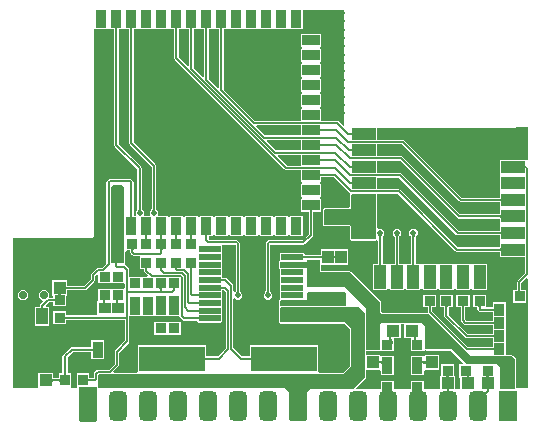
<source format=gtl>
G04*
G04 #@! TF.GenerationSoftware,Altium Limited,Altium Designer,23.0.1 (38)*
G04*
G04 Layer_Physical_Order=1*
G04 Layer_Color=255*
%FSTAX44Y44*%
%MOMM*%
G71*
G04*
G04 #@! TF.SameCoordinates,70A70F08-58DB-409B-8D52-4F46F491BF6E*
G04*
G04*
G04 #@! TF.FilePolarity,Positive*
G04*
G01*
G75*
%ADD10C,0.2000*%
%ADD14R,1.1000X1.0000*%
%ADD15R,0.9000X1.4000*%
%ADD16R,1.0500X1.4000*%
G04:AMPARAMS|DCode=17|XSize=1.9mm|YSize=0.48mm|CornerRadius=0.06mm|HoleSize=0mm|Usage=FLASHONLY|Rotation=180.000|XOffset=0mm|YOffset=0mm|HoleType=Round|Shape=RoundedRectangle|*
%AMROUNDEDRECTD17*
21,1,1.9000,0.3600,0,0,180.0*
21,1,1.7800,0.4800,0,0,180.0*
1,1,0.1200,-0.8900,0.1800*
1,1,0.1200,0.8900,0.1800*
1,1,0.1200,0.8900,-0.1800*
1,1,0.1200,-0.8900,-0.1800*
%
%ADD17ROUNDEDRECTD17*%
%ADD18R,0.9300X0.8700*%
%ADD19R,5.6000X2.1000*%
%ADD20R,1.0000X1.1000*%
%ADD21R,0.9000X1.5000*%
%ADD22R,1.5000X0.9000*%
%ADD23R,0.9000X0.9000*%
%ADD24R,2.0000X1.0000*%
%ADD25R,1.0000X2.0000*%
%ADD26R,1.0000X0.8999*%
G04:AMPARAMS|DCode=27|XSize=1.5mm|YSize=2.5mm|CornerRadius=0.375mm|HoleSize=0mm|Usage=FLASHONLY|Rotation=180.000|XOffset=0mm|YOffset=0mm|HoleType=Round|Shape=RoundedRectangle|*
%AMROUNDEDRECTD27*
21,1,1.5000,1.7500,0,0,180.0*
21,1,0.7500,2.5000,0,0,180.0*
1,1,0.7500,-0.3750,0.8750*
1,1,0.7500,0.3750,0.8750*
1,1,0.7500,0.3750,-0.8750*
1,1,0.7500,-0.3750,-0.8750*
%
%ADD27ROUNDEDRECTD27*%
%ADD28R,1.5000X2.5000*%
%ADD29R,0.8700X0.9300*%
%ADD30R,0.8999X1.0000*%
%ADD35C,0.7000*%
%ADD36C,0.1500*%
%ADD37C,0.4000*%
%ADD38O,1.8000X1.0000*%
%ADD39O,2.2000X1.0000*%
%ADD40C,0.5000*%
G36*
X00226468Y00224323D02*
X00226496Y00224257D01*
X00225419Y00223538D01*
X00221557Y00227399D01*
X00220218Y00227954D01*
X00206674D01*
Y00238012D01*
X00206174D01*
Y00239712D01*
X00206674D01*
Y00250712D01*
X00206174D01*
Y00252412D01*
X00206674D01*
Y00263412D01*
X00206174D01*
Y00265112D01*
X00206674D01*
Y00276112D01*
X00206174D01*
Y00277812D01*
X00206674D01*
Y00288812D01*
X00206174D01*
Y00290512D01*
X00206674D01*
Y00301512D01*
X00189674D01*
Y00290512D01*
X00190174D01*
Y00288812D01*
X00189674D01*
Y00277812D01*
X00190174D01*
Y00276112D01*
X00189674D01*
Y00265112D01*
X00190174D01*
Y00263412D01*
X00189674D01*
Y00252412D01*
X00190174D01*
Y00250712D01*
X00189674D01*
Y00239712D01*
X00190174D01*
Y00238012D01*
X00189674D01*
Y00227954D01*
X00150329D01*
X00124068Y00254215D01*
Y00305162D01*
X00127674D01*
Y00305662D01*
X00129374D01*
Y00305162D01*
X00140374D01*
Y00305662D01*
X00142074D01*
Y00305162D01*
X00153074D01*
Y00305662D01*
X00154774D01*
Y00305162D01*
X00165774D01*
Y00305662D01*
X00167474D01*
Y00305162D01*
X00178474D01*
Y00305662D01*
X00180174D01*
Y00305162D01*
X00191174D01*
Y00321718D01*
X00226468D01*
Y00224323D01*
D02*
G37*
G36*
X00078574Y00305162D02*
X0008218D01*
Y00280924D01*
X00082735Y00279585D01*
X00175699Y00186621D01*
X00177038Y00186066D01*
X00177038Y00186066D01*
X00189674D01*
Y00176212D01*
X00190174D01*
Y00174512D01*
X00189674D01*
Y00163512D01*
X00190174D01*
Y00161812D01*
X00189674D01*
Y00150812D01*
X0019628D01*
Y00131903D01*
X00190985Y00126608D01*
X00162423D01*
X00161083Y00126053D01*
X00160205Y00125175D01*
X0015965Y00123835D01*
Y00083397D01*
X0015962Y00083305D01*
X00159566Y00083178D01*
X00159496Y00083046D01*
X0015941Y00082909D01*
X00159305Y00082768D01*
X00159181Y00082621D01*
X00159014Y00082448D01*
X00158939Y00082257D01*
X00158044Y00081362D01*
Y00078462D01*
X00160094Y00076412D01*
X00162994D01*
X00165044Y00078462D01*
Y00081362D01*
X00164149Y00082257D01*
X00164074Y00082448D01*
X00163907Y00082621D01*
X00163783Y00082768D01*
X00163678Y0008291D01*
X00163592Y00083046D01*
X00163522Y00083178D01*
X00163468Y00083305D01*
X00163438Y00083397D01*
Y0012282D01*
X0019177D01*
X00193109Y00123375D01*
X00199513Y00129779D01*
X00200068Y00131118D01*
Y00150812D01*
X00206674D01*
Y00161812D01*
X00206174D01*
Y00163512D01*
X00206674D01*
Y00174512D01*
X00206174D01*
Y00176212D01*
X00206674D01*
Y00179818D01*
X00217553D01*
X0023055Y00166821D01*
X00230967Y00166347D01*
X00231074Y001651D01*
X00231074Y00155356D01*
X00229962Y00154244D01*
X00210058D01*
X00209293Y00153927D01*
X00209293Y00153927D01*
X00208277Y00152911D01*
X00208277Y00152911D01*
X0020796Y00152146D01*
Y00140208D01*
X0020796Y00140208D01*
X00208277Y00139443D01*
X00208376Y00139343D01*
Y00138994D01*
X00208725D01*
X00209039Y00138681D01*
X00209804Y00138364D01*
X00230946Y00138364D01*
X00231074Y00138236D01*
X00231074Y0012827D01*
X00231073Y0012827D01*
X0023139Y00127505D01*
X00231391Y00127505D01*
X00231866Y00127029D01*
Y00126764D01*
X00232131D01*
X00232407Y00126489D01*
X00233172Y00126172D01*
X00252476D01*
X00253241Y00126489D01*
X00254415Y00126461D01*
X002549Y00126194D01*
Y00106814D01*
X00250816D01*
Y00084814D01*
X00262816D01*
Y00085314D01*
X00264816D01*
Y00084814D01*
X00276816D01*
Y00085314D01*
X00278816D01*
Y00084814D01*
X00290816D01*
Y00085314D01*
X00292816D01*
Y00084814D01*
X00304816D01*
Y00085314D01*
X00306816D01*
Y00084814D01*
X00318816D01*
Y00085314D01*
X00320816D01*
Y00084814D01*
X00332816D01*
Y00085314D01*
X00334816D01*
Y00084814D01*
X00346816D01*
Y00106814D01*
X00334816D01*
Y00106314D01*
X00332816D01*
Y00106814D01*
X00320816D01*
Y00106314D01*
X00318816D01*
Y00106814D01*
X00306816D01*
Y00106314D01*
X00304816D01*
Y00106814D01*
X00292816D01*
Y00106314D01*
X00290816D01*
Y00106814D01*
X0028671D01*
Y00129279D01*
X0028674Y00129371D01*
X00286794Y00129498D01*
X00286864Y0012963D01*
X0028695Y00129767D01*
X00287055Y00129908D01*
X00287179Y00130055D01*
X00287346Y00130228D01*
X00287421Y00130419D01*
X00288316Y00131314D01*
Y00134214D01*
X00286266Y00136264D01*
X00283366D01*
X00281316Y00134214D01*
Y00131314D01*
X00282211Y00130419D01*
X00282286Y00130228D01*
X00282453Y00130055D01*
X00282577Y00129908D01*
X00282682Y00129766D01*
X00282768Y0012963D01*
X00282838Y00129498D01*
X00282892Y00129371D01*
X00282922Y00129279D01*
Y00106814D01*
X00278816D01*
Y00106314D01*
X00276816D01*
Y00106814D01*
X0027271D01*
Y00129279D01*
X0027274Y00129371D01*
X00272794Y00129498D01*
X00272864Y0012963D01*
X0027295Y00129767D01*
X00273055Y00129908D01*
X00273179Y00130055D01*
X00273346Y00130228D01*
X00273421Y00130419D01*
X00274316Y00131314D01*
Y00134214D01*
X00272266Y00136264D01*
X00269366D01*
X00267316Y00134214D01*
Y00131314D01*
X00268211Y00130419D01*
X00268286Y00130228D01*
X00268453Y00130055D01*
X00268577Y00129908D01*
X00268682Y00129766D01*
X00268768Y0012963D01*
X00268838Y00129498D01*
X00268892Y00129371D01*
X00268922Y00129279D01*
Y00106814D01*
X00264816D01*
Y00106314D01*
X00262816D01*
Y00106814D01*
X00258688D01*
Y00129271D01*
X00258718Y00129361D01*
X00258772Y00129487D01*
X00258841Y00129616D01*
X00258927Y00129751D01*
X00259032Y00129891D01*
X00259157Y00130035D01*
X00259324Y00130206D01*
X00259402Y001304D01*
X00260316Y00131314D01*
Y00134214D01*
X00258266Y00136264D01*
X00255366D01*
X0025432Y00136697D01*
Y00165354D01*
X00254752Y00166D01*
X00271757D01*
X00320333Y00117425D01*
X00320333Y00117425D01*
X00321672Y0011687D01*
X00357766D01*
Y00112764D01*
X0037936D01*
Y00098575D01*
X00373057Y00092271D01*
X00372502Y00090932D01*
Y00084644D01*
X00369383D01*
Y00073344D01*
X00380083D01*
Y00084644D01*
X0037629D01*
Y00090147D01*
X00380743Y000946D01*
X00381916Y00094114D01*
Y00001878D01*
X00373888D01*
X00372938Y00001484D01*
X00371668Y0000199D01*
Y00026162D01*
X00371668Y00026162D01*
X00371351Y00026927D01*
X00369319Y00028959D01*
X00369319Y00028959D01*
X00368554Y00029276D01*
X00363233D01*
Y00039511D01*
Y00050731D01*
Y00061952D01*
Y00073952D01*
X00352234D01*
Y00069846D01*
X00346466D01*
Y00080414D01*
X00335166D01*
Y00069714D01*
X00338922D01*
Y00068368D01*
X00339477Y00067028D01*
X00339892Y00066613D01*
X00341232Y00066058D01*
X00352234D01*
Y00058625D01*
X00329625D01*
X0032871Y00059541D01*
Y00069714D01*
X00332466D01*
Y00080414D01*
X00321166D01*
Y00069714D01*
X00324922D01*
Y00058756D01*
X00325477Y00057417D01*
X00327501Y00055392D01*
X00328841Y00054837D01*
X00352234D01*
Y00047405D01*
X0033094D01*
X0031471Y00063635D01*
Y00069714D01*
X00318466D01*
Y00080414D01*
X00307166D01*
Y00069714D01*
X00310922D01*
Y0006285D01*
X00311477Y00061511D01*
X00328816Y00044171D01*
X00330155Y00043616D01*
X00330155Y00043616D01*
X00352234D01*
Y00036184D01*
X00330696D01*
X00300598Y00066282D01*
Y00069714D01*
X00304354D01*
Y00080414D01*
X00293054D01*
Y00069714D01*
X0029681D01*
Y00065498D01*
X00296368Y00064836D01*
X0025902D01*
X00257368Y00066488D01*
Y00074422D01*
X00257368Y00074422D01*
X00257051Y00075187D01*
X00232159Y00100079D01*
X00231394Y00100396D01*
X0020695D01*
X00206822Y00100524D01*
Y00105912D01*
X0022952D01*
Y00118912D01*
X00206598D01*
Y00114306D01*
X00192967D01*
X00192499Y00115437D01*
X00191274Y00115944D01*
X00173474D01*
X00172249Y00115437D01*
X00171742Y00114212D01*
Y00110612D01*
X00171793Y0011049D01*
X00171955Y00109223D01*
X00171447Y00108715D01*
X0017113Y0010795D01*
X0017113Y00103886D01*
X00171447Y00103121D01*
X0017193Y00102426D01*
X00171782Y00101309D01*
X00171742Y00101212D01*
Y00097612D01*
X00172249Y00096387D01*
X00172249Y00095937D01*
X00171742Y00094712D01*
Y00091112D01*
X00171923Y00090676D01*
X0017219Y00089662D01*
X00171923Y00088648D01*
X00171742Y00088212D01*
Y00084612D01*
X00172249Y00083387D01*
X00172249Y00082937D01*
X00171742Y00081712D01*
Y00078112D01*
X00172216Y00076968D01*
X00172209Y00076965D01*
X00171447Y00076203D01*
X0017113Y00075438D01*
Y00071506D01*
X00171447Y00070741D01*
X00171353Y00069568D01*
X0017113Y00069028D01*
X0017113Y00057912D01*
X00171129Y00057912D01*
X00171447Y00057147D01*
X00171447Y00057147D01*
X00172209Y00056385D01*
X00172209Y00056385D01*
X00172974Y00056068D01*
X00226374Y00056068D01*
X00231328Y00051114D01*
Y00020514D01*
X00225358Y00014544D01*
X0020556D01*
X00204444Y00015814D01*
Y00037916D01*
X00146444D01*
Y0002831D01*
X00139604D01*
X0013245Y00035464D01*
Y0007686D01*
X0013372Y00077386D01*
X00134694Y00076412D01*
X00137594D01*
X00139644Y00078462D01*
Y00081362D01*
X00138749Y00082257D01*
X00138674Y00082448D01*
X00138507Y00082621D01*
X00138383Y00082768D01*
X00138278Y0008291D01*
X00138192Y00083046D01*
X00138122Y00083178D01*
X00138068Y00083305D01*
X00138038Y00083397D01*
Y00123835D01*
X00137483Y00125175D01*
X00136605Y00126053D01*
X00135265Y00126608D01*
X00112037D01*
X00111368Y00127277D01*
Y00130162D01*
X00114974D01*
Y00130662D01*
X00116674D01*
Y00130162D01*
X00127674D01*
Y00130662D01*
X00129374D01*
Y00130162D01*
X00140374D01*
Y00130662D01*
X00142074D01*
Y00130162D01*
X00153074D01*
Y00130662D01*
X00154774D01*
Y00130162D01*
X00165774D01*
Y00130662D01*
X00167474D01*
Y00130162D01*
X00178474D01*
Y00130662D01*
X00180174D01*
Y00130162D01*
X00191174D01*
Y00147162D01*
X00180174D01*
Y00146662D01*
X00178474D01*
Y00147162D01*
X00167474D01*
Y00146662D01*
X00165774D01*
Y00147162D01*
X00154774D01*
Y00146662D01*
X00153074D01*
Y00147162D01*
X00142074D01*
Y00146662D01*
X00140374D01*
Y00147162D01*
X00129374D01*
Y00146662D01*
X00127674D01*
Y00147162D01*
X00116674D01*
Y00146662D01*
X00114974D01*
Y00147162D01*
X00103974D01*
Y00146662D01*
X00102274D01*
Y00147162D01*
X00091274D01*
Y00146662D01*
X00089574D01*
Y00147162D01*
X00078574D01*
Y00146662D01*
X00076874D01*
Y00147162D01*
X00068974D01*
X00068524Y00148248D01*
Y00151148D01*
X00067629Y00152043D01*
X00067554Y00152234D01*
X00067387Y00152407D01*
X00067263Y00152554D01*
X00067158Y00152696D01*
X00067072Y00152832D01*
X00067002Y00152964D01*
X00066948Y00153091D01*
X00066918Y00153182D01*
Y00189738D01*
X00066363Y00191077D01*
X00047868Y00209573D01*
Y00305162D01*
X00051474D01*
Y00305662D01*
X00053174D01*
Y00305162D01*
X00064174D01*
Y00305662D01*
X00065874D01*
Y00305162D01*
X00076874D01*
Y00305662D01*
X00078574D01*
Y00305162D01*
D02*
G37*
G36*
X00123532Y00306208D02*
X00123404Y00306162D01*
X00123292Y00306085D01*
X00123194Y00305978D01*
X00123111Y0030584D01*
X00123044Y00305672D01*
X00122992Y00305473D01*
X00122954Y00305243D01*
X00122931Y00304983D01*
X00122924Y00304692D01*
X00121424D01*
X00121417Y00304983D01*
X00121394Y00305243D01*
X00121356Y00305473D01*
X00121304Y00305672D01*
X00121236Y0030584D01*
X00121154Y00305978D01*
X00121056Y00306085D01*
X00120944Y00306162D01*
X00120816Y00306208D01*
X00120674Y00306223D01*
X00123674D01*
X00123532Y00306208D01*
D02*
G37*
G36*
X00110831D02*
X00110704Y00306162D01*
X00110591Y00306085D01*
X00110494Y00305978D01*
X00110412Y0030584D01*
X00110344Y00305672D01*
X00110292Y00305473D01*
X00110254Y00305243D01*
X00110232Y00304983D01*
X00110224Y00304692D01*
X00108724D01*
X00108716Y00304983D01*
X00108694Y00305243D01*
X00108657Y00305473D01*
X00108604Y00305672D01*
X00108537Y0030584D01*
X00108454Y00305978D01*
X00108357Y00306085D01*
X00108244Y00306162D01*
X00108117Y00306208D01*
X00107974Y00306223D01*
X00110974D01*
X00110831Y00306208D01*
D02*
G37*
G36*
X00098132D02*
X00098004Y00306162D01*
X00097892Y00306085D01*
X00097794Y00305978D01*
X00097711Y0030584D01*
X00097644Y00305672D01*
X00097591Y00305473D01*
X00097554Y00305243D01*
X00097531Y00304983D01*
X00097524Y00304692D01*
X00096024D01*
X00096017Y00304983D01*
X00095994Y00305243D01*
X00095956Y00305473D01*
X00095904Y00305672D01*
X00095836Y0030584D01*
X00095754Y00305978D01*
X00095656Y00306085D01*
X00095544Y00306162D01*
X00095416Y00306208D01*
X00095274Y00306223D01*
X00098274D01*
X00098132Y00306208D01*
D02*
G37*
G36*
X00085431D02*
X00085304Y00306162D01*
X00085191Y00306085D01*
X00085094Y00305978D01*
X00085012Y0030584D01*
X00084944Y00305672D01*
X00084892Y00305473D01*
X00084854Y00305243D01*
X00084831Y00304983D01*
X00084824Y00304692D01*
X00083324D01*
X00083316Y00304983D01*
X00083294Y00305243D01*
X00083257Y00305473D01*
X00083204Y00305672D01*
X00083137Y0030584D01*
X00083054Y00305978D01*
X00082956Y00306085D01*
X00082844Y00306162D01*
X00082717Y00306208D01*
X00082574Y00306223D01*
X00085574D01*
X00085431Y00306208D01*
D02*
G37*
G36*
X00047332D02*
X00047204Y00306162D01*
X00047091Y00306085D01*
X00046994Y00305978D01*
X00046912Y0030584D01*
X00046844Y00305672D01*
X00046792Y00305473D01*
X00046754Y00305243D01*
X00046732Y00304983D01*
X00046724Y00304692D01*
X00045224D01*
X00045216Y00304983D01*
X00045194Y00305243D01*
X00045156Y00305473D01*
X00045104Y00305672D01*
X00045037Y0030584D01*
X00044954Y00305978D01*
X00044857Y00306085D01*
X00044744Y00306162D01*
X00044616Y00306208D01*
X00044474Y00306223D01*
X00047474D01*
X00047332Y00306208D01*
D02*
G37*
G36*
X00034632D02*
X00034504Y00306162D01*
X00034392Y00306085D01*
X00034294Y00305978D01*
X00034211Y0030584D01*
X00034144Y00305672D01*
X00034091Y00305473D01*
X00034054Y00305243D01*
X00034032Y00304983D01*
X00034024Y00304692D01*
X00032524D01*
X00032517Y00304983D01*
X00032494Y00305243D01*
X00032457Y00305473D01*
X00032404Y00305672D01*
X00032336Y0030584D01*
X00032254Y00305978D01*
X00032157Y00306085D01*
X00032044Y00306162D01*
X00031916Y00306208D01*
X00031774Y00306223D01*
X00034774D01*
X00034632Y00306208D01*
D02*
G37*
G36*
X00091274Y00305162D02*
X0009488D01*
Y00274456D01*
X00093707Y0027397D01*
X00085968Y00281709D01*
Y00305162D01*
X00089574D01*
Y00305662D01*
X00091274D01*
Y00305162D01*
D02*
G37*
G36*
X00103974D02*
X0010758D01*
Y00265292D01*
X00106406Y00264806D01*
X00098668Y00272544D01*
Y00305162D01*
X00102274D01*
Y00305662D01*
X00103974D01*
Y00305162D01*
D02*
G37*
G36*
X00116674D02*
X0012028D01*
Y00256127D01*
X00119107Y00255641D01*
X00111368Y0026338D01*
Y00305162D01*
X00114974D01*
Y00305662D01*
X00116674D01*
Y00305162D01*
D02*
G37*
G36*
X00205628Y00221169D02*
X00205674Y00221042D01*
X00205751Y0022093D01*
X00205858Y00220832D01*
X00205996Y00220749D01*
X00206164Y00220682D01*
X00206363Y0022063D01*
X00206593Y00220592D01*
X00206853Y00220569D01*
X00207143Y00220562D01*
Y00219062D01*
X00206853Y00219055D01*
X00206593Y00219032D01*
X00206363Y00218995D01*
X00206164Y00218942D01*
X00205996Y00218874D01*
X00205858Y00218792D01*
X00205751Y00218694D01*
X00205674Y00218582D01*
X00205628Y00218454D01*
X00205613Y00218312D01*
Y00221312D01*
X00205628Y00221169D01*
D02*
G37*
G36*
X00189674Y00215456D02*
X00159292D01*
X00151755Y00222992D01*
X00152241Y00224166D01*
X00189674D01*
Y00215456D01*
D02*
G37*
G36*
X00232927Y00215264D02*
X00232912Y00215406D01*
X00232866Y00215534D01*
X00232789Y00215646D01*
X00232682Y00215744D01*
X00232544Y00215826D01*
X00232376Y00215894D01*
X00232177Y00215947D01*
X00231947Y00215984D01*
X00231687Y00216007D01*
X00231397Y00216014D01*
Y00217514D01*
X00231687Y00217521D01*
X00231947Y00217544D01*
X00232177Y00217582D01*
X00232376Y00217634D01*
X00232544Y00217701D01*
X00232682Y00217784D01*
X00232789Y00217882D01*
X00232866Y00217994D01*
X00232912Y00218121D01*
X00232927Y00218264D01*
Y00215264D01*
D02*
G37*
G36*
X00205628Y00208622D02*
X00205674Y00208494D01*
X00205751Y00208382D01*
X00205858Y00208284D01*
X00205996Y00208202D01*
X00206164Y00208134D01*
X00206363Y00208081D01*
X00206593Y00208044D01*
X00206853Y00208022D01*
X00207143Y00208014D01*
Y00206514D01*
X00206853Y00206507D01*
X00206593Y00206484D01*
X00206363Y00206446D01*
X00206164Y00206394D01*
X00205996Y00206327D01*
X00205858Y00206244D01*
X00205751Y00206147D01*
X00205674Y00206034D01*
X00205628Y00205907D01*
X00205613Y00205764D01*
Y00208764D01*
X00205628Y00208622D01*
D02*
G37*
G36*
X00189674Y00202756D02*
X00168456D01*
X00160718Y00210494D01*
X00161204Y00211668D01*
X00189674D01*
Y00202756D01*
D02*
G37*
G36*
X00232927Y00201264D02*
X00232912Y00201406D01*
X00232866Y00201534D01*
X00232789Y00201646D01*
X00232682Y00201744D01*
X00232544Y00201826D01*
X00232376Y00201894D01*
X00232177Y00201947D01*
X00231947Y00201984D01*
X00231687Y00202006D01*
X00231397Y00202014D01*
Y00203514D01*
X00231687Y00203521D01*
X00231947Y00203544D01*
X00232177Y00203582D01*
X00232376Y00203634D01*
X00232544Y00203701D01*
X00232682Y00203784D01*
X00232789Y00203881D01*
X00232866Y00203994D01*
X00232912Y00204121D01*
X00232927Y00204264D01*
Y00201264D01*
D02*
G37*
G36*
X00381916Y00194264D02*
X00379766D01*
Y00194764D01*
X00357766D01*
Y00182764D01*
X00358266D01*
Y00166764D01*
X00357766D01*
Y00162658D01*
X00325669D01*
X00277183Y00211143D01*
X00275844Y00211698D01*
X00253866D01*
Y00221932D01*
X00370816D01*
X00371581Y00222249D01*
X00371768Y002227D01*
X00381916D01*
Y00194264D01*
D02*
G37*
G36*
X00205628Y0019577D02*
X00205674Y00195642D01*
X00205751Y00195529D01*
X00205858Y00195432D01*
X00205996Y0019535D01*
X00206164Y00195282D01*
X00206363Y00195229D01*
X00206593Y00195192D01*
X00206853Y0019517D01*
X00207143Y00195162D01*
Y00193662D01*
X00206853Y00193654D01*
X00206593Y00193632D01*
X00206363Y00193594D01*
X00206164Y00193542D01*
X00205996Y00193475D01*
X00205858Y00193392D01*
X00205751Y00193295D01*
X00205674Y00193182D01*
X00205628Y00193055D01*
X00205613Y00192912D01*
Y00195912D01*
X00205628Y0019577D01*
D02*
G37*
G36*
X00189674Y00189854D02*
X00177823D01*
X00169882Y00197794D01*
X00170368Y00198968D01*
X00189674D01*
Y00189854D01*
D02*
G37*
G36*
X00232927Y00187264D02*
X00232912Y00187407D01*
X00232866Y00187534D01*
X00232789Y00187647D01*
X00232682Y00187744D01*
X00232544Y00187826D01*
X00232376Y00187894D01*
X00232177Y00187946D01*
X00231947Y00187984D01*
X00231687Y00188006D01*
X00231397Y00188014D01*
Y00189514D01*
X00231687Y00189522D01*
X00231947Y00189544D01*
X00232177Y00189582D01*
X00232376Y00189634D01*
X00232544Y00189701D01*
X00232682Y00189784D01*
X00232789Y00189881D01*
X00232866Y00189994D01*
X00232912Y00190121D01*
X00232927Y00190264D01*
Y00187264D01*
D02*
G37*
G36*
X00378719Y00189641D02*
X00378762Y00189531D01*
X00378834Y00189433D01*
X00378934Y00189348D01*
X00379063Y00189277D01*
X00379221Y00189218D01*
X00379407Y00189172D01*
X00379622Y0018914D01*
X00379865Y0018912D01*
X00380137Y00189114D01*
Y00187614D01*
X00379865Y00187607D01*
X00379622Y00187588D01*
X00379407Y00187555D01*
X00379221Y00187509D01*
X00379063Y00187451D01*
X00378934Y00187379D01*
X00378834Y00187294D01*
X00378762Y00187196D01*
X00378719Y00187086D01*
X00378705Y00186962D01*
Y00189765D01*
X00378719Y00189641D01*
D02*
G37*
G36*
X00205628Y00183069D02*
X00205674Y00182942D01*
X00205751Y00182829D01*
X00205858Y00182732D01*
X00205996Y00182649D01*
X00206164Y00182582D01*
X00206363Y0018253D01*
X00206593Y00182492D01*
X00206853Y0018247D01*
X00207143Y00182462D01*
Y00180962D01*
X00206853Y00180954D01*
X00206593Y00180932D01*
X00206363Y00180895D01*
X00206164Y00180842D01*
X00205996Y00180774D01*
X00205858Y00180692D01*
X00205751Y00180595D01*
X00205674Y00180482D01*
X00205628Y00180354D01*
X00205613Y00180212D01*
Y00183212D01*
X00205628Y00183069D01*
D02*
G37*
G36*
X00232927Y00173264D02*
X00232912Y00173407D01*
X00232866Y00173534D01*
X00232789Y00173647D01*
X00232682Y00173744D01*
X00232544Y00173827D01*
X00232376Y00173894D01*
X00232177Y00173946D01*
X00231947Y00173984D01*
X00231687Y00174007D01*
X00231397Y00174014D01*
Y00175514D01*
X00231687Y00175522D01*
X00231947Y00175544D01*
X00232177Y00175581D01*
X00232376Y00175634D01*
X00232544Y00175702D01*
X00232682Y00175784D01*
X00232789Y00175882D01*
X00232866Y00175994D01*
X00232912Y00176122D01*
X00232927Y00176264D01*
Y00173264D01*
D02*
G37*
G36*
X00358827Y00159264D02*
X00358812Y00159406D01*
X00358766Y00159534D01*
X00358689Y00159647D01*
X00358582Y00159744D01*
X00358444Y00159826D01*
X00358276Y00159894D01*
X00358077Y00159946D01*
X00357847Y00159984D01*
X00357587Y00160007D01*
X00357296Y00160014D01*
Y00161514D01*
X00357587Y00161521D01*
X00357847Y00161544D01*
X00358077Y00161581D01*
X00358276Y00161634D01*
X00358444Y00161702D01*
X00358582Y00161784D01*
X00358689Y00161882D01*
X00358766Y00161994D01*
X00358812Y00162122D01*
X00358827Y00162264D01*
Y00159264D01*
D02*
G37*
G36*
X00065784Y0015336D02*
X00065814Y00153141D01*
X00065864Y00152924D01*
X00065934Y0015271D01*
X00066024Y00152498D01*
X00066134Y0015229D01*
X00066264Y00152084D01*
X00066414Y00151881D01*
X00066584Y00151681D01*
X00066774Y00151483D01*
X00063274D01*
X00063464Y00151681D01*
X00063634Y00151881D01*
X00063784Y00152084D01*
X00063914Y0015229D01*
X00064024Y00152498D01*
X00064114Y0015271D01*
X00064184Y00152924D01*
X00064234Y00153141D01*
X00064264Y0015336D01*
X00064274Y00153583D01*
X00065774D01*
X00065784Y0015336D01*
D02*
G37*
G36*
X00053846D02*
X00053876Y00153141D01*
X00053926Y00152924D01*
X00053996Y0015271D01*
X00054086Y00152498D01*
X00054196Y0015229D01*
X00054326Y00152084D01*
X00054476Y00151881D01*
X00054646Y00151681D01*
X00054836Y00151483D01*
X00051336D01*
X00051526Y00151681D01*
X00051696Y00151881D01*
X00051846Y00152084D01*
X00051976Y0015229D01*
X00052086Y00152498D01*
X00052176Y0015271D01*
X00052246Y00152924D01*
X00052296Y00153141D01*
X00052326Y0015336D01*
X00052336Y00153583D01*
X00053836D01*
X00053846Y0015336D01*
D02*
G37*
G36*
X00199531Y00151858D02*
X00199404Y00151812D01*
X00199291Y00151735D01*
X00199194Y00151628D01*
X00199111Y0015149D01*
X00199044Y00151322D01*
X00198992Y00151123D01*
X00198954Y00150893D01*
X00198932Y00150633D01*
X00198924Y00150343D01*
X00197424D01*
X00197416Y00150633D01*
X00197394Y00150893D01*
X00197356Y00151123D01*
X00197304Y00151322D01*
X00197236Y0015149D01*
X00197154Y00151628D01*
X00197057Y00151735D01*
X00196944Y00151812D01*
X00196817Y00151858D01*
X00196674Y00151873D01*
X00199674D01*
X00199531Y00151858D01*
D02*
G37*
G36*
X00323545Y00159425D02*
X00324884Y0015887D01*
X00357766D01*
Y00154764D01*
X00358266D01*
Y00152764D01*
X00357766D01*
Y00148658D01*
X00324429D01*
X00275913Y00197173D01*
X00274574Y00197728D01*
X00253866D01*
Y0020791D01*
X00275059D01*
X00323545Y00159425D01*
D02*
G37*
G36*
X00040474Y00305162D02*
X0004408D01*
Y00208788D01*
X00044635Y00207449D01*
X0006313Y00188953D01*
Y00153182D01*
X000631Y00153091D01*
X00063046Y00152964D01*
X00062976Y00152832D01*
X0006289Y00152696D01*
X00062785Y00152554D01*
X00062661Y00152407D01*
X00062494Y00152234D01*
X00062419Y00152043D01*
X00061524Y00151148D01*
Y00148248D01*
X00061074Y00147162D01*
X00057036D01*
X00056586Y00148248D01*
Y00151148D01*
X00055691Y00152043D01*
X00055616Y00152234D01*
X00055449Y00152407D01*
X00055325Y00152554D01*
X0005522Y00152696D01*
X00055134Y00152832D01*
X00055064Y00152964D01*
X0005501Y00153091D01*
X0005498Y00153182D01*
Y00187452D01*
X0005498Y00187452D01*
X00054425Y00188791D01*
X00054425Y00188791D01*
X00035168Y00208049D01*
Y00305162D01*
X00038774D01*
Y00305662D01*
X00040474D01*
Y00305162D01*
D02*
G37*
G36*
X00027774D02*
X0003138D01*
Y00207264D01*
X00031935Y00205925D01*
X00051192Y00186667D01*
Y00153182D01*
X00051162Y00153091D01*
X00051108Y00152964D01*
X00051038Y00152832D01*
X00050952Y00152696D01*
X00050847Y00152554D01*
X00050723Y00152407D01*
X00050556Y00152234D01*
X00050481Y00152043D01*
X00049586Y00151148D01*
Y00148248D01*
X00049136Y00147162D01*
X00047868D01*
Y00175651D01*
X00047313Y00176991D01*
X00046435Y00177869D01*
X00045095Y00178424D01*
X00027703D01*
X00026363Y00177869D01*
X00025485Y00176991D01*
X0002493Y00175651D01*
Y00106857D01*
X00021501Y00103428D01*
X00017993D01*
X00016654Y00102873D01*
X00012123Y00098342D01*
X00011568Y00097003D01*
Y00093495D01*
X00006209Y00088136D01*
X-00008732D01*
Y00092742D01*
X-00020732D01*
Y00079742D01*
X-00020382D01*
Y00078109D01*
X-0002321D01*
X-0002333Y000784D01*
Y00082128D01*
X-00025966Y00084764D01*
X-00029694D01*
X-0003233Y00082128D01*
Y000784D01*
X-00029694Y00075764D01*
X-00029244D01*
X-00028758Y00074591D01*
X-00030919Y00072429D01*
X-00031474Y00071089D01*
Y00070264D01*
X-0003583D01*
Y00054264D01*
X-0002333D01*
Y00070264D01*
X-00025931D01*
X-00026457Y00071534D01*
X-0002367Y00074321D01*
X-00020382D01*
Y00070865D01*
X-00009082D01*
Y00079742D01*
X-00008732D01*
Y00084348D01*
X00006994D01*
X00008333Y00084903D01*
X00014801Y00091371D01*
X00015356Y0009271D01*
Y00096218D01*
X00016545Y00097407D01*
X00017718Y00096921D01*
Y00090084D01*
X00040194D01*
X00040677Y00089014D01*
Y00086754D01*
X00040194Y00085684D01*
X00039407Y00085684D01*
X00017718D01*
Y00074984D01*
X00017368Y00074956D01*
Y00064279D01*
X00017368Y00063956D01*
X00016588Y00063009D01*
X-00009082D01*
Y00066465D01*
X-00020382D01*
Y00055765D01*
X-00009082D01*
Y00059221D01*
X00040677D01*
Y00041716D01*
X00032441Y0003348D01*
X00031886Y00032141D01*
Y00022118D01*
X00026873Y00017106D01*
X00017817D01*
X00016478Y00016551D01*
X00014691Y00014764D01*
X00014136Y00013425D01*
Y00010276D01*
X0001036D01*
Y00014032D01*
X-0000034D01*
Y00002732D01*
X-0000034Y00002732D01*
X-0000073Y00001624D01*
X-0000435D01*
X-0000474Y00002732D01*
X-0000474Y00002894D01*
Y00014032D01*
X-00007896D01*
X-00007901Y00014044D01*
X-00007925Y00014136D01*
Y00027367D01*
X-00003675Y00031617D01*
X00011922D01*
X00012014Y00031593D01*
X00012026Y00031588D01*
Y00025782D01*
X00023026D01*
Y00041782D01*
X00012026D01*
Y00035976D01*
X00012014Y00035971D01*
X00011922Y00035947D01*
X-00004572D01*
X-00006103Y00035313D01*
X-00011621Y00029795D01*
X-00012255Y00028264D01*
Y00014136D01*
X-00012279Y00014044D01*
X-00012284Y00014032D01*
X-0001544D01*
Y00010322D01*
X-00015452Y00010317D01*
X-00015544Y00010293D01*
X-00019948D01*
X-0002004Y00010317D01*
X-00020052Y00010322D01*
Y00014128D01*
X-00033052D01*
Y00002894D01*
X-00033052Y00002128D01*
X-00034113Y00001624D01*
X-00054256D01*
Y0012817D01*
X000127D01*
X00013848Y00128646D01*
X00014324Y00129794D01*
Y00305662D01*
X00027774D01*
Y00305162D01*
D02*
G37*
G36*
X00046732Y00147341D02*
X00046754Y0014708D01*
X00046792Y00146851D01*
X00046844Y00146652D01*
X00046912Y00146484D01*
X00046994Y00146346D01*
X00047091Y00146239D01*
X00047204Y00146162D01*
X00047332Y00146116D01*
X00047474Y00146101D01*
X00044474D01*
X00044616Y00146116D01*
X00044744Y00146162D01*
X00044857Y00146239D01*
X00044954Y00146346D01*
X00045037Y00146484D01*
X00045104Y00146652D01*
X00045156Y00146851D01*
X00045194Y0014708D01*
X00045216Y00147341D01*
X00045224Y00147632D01*
X00046724D01*
X00046732Y00147341D01*
D02*
G37*
G36*
X00358827Y00145264D02*
X00358812Y00145407D01*
X00358766Y00145534D01*
X00358689Y00145646D01*
X00358582Y00145744D01*
X00358444Y00145827D01*
X00358276Y00145894D01*
X00358077Y00145947D01*
X00357847Y00145984D01*
X00357587Y00146006D01*
X00357296Y00146014D01*
Y00147514D01*
X00357587Y00147521D01*
X00357847Y00147544D01*
X00358077Y00147582D01*
X00358276Y00147634D01*
X00358444Y00147702D01*
X00358582Y00147784D01*
X00358689Y00147881D01*
X00358766Y00147994D01*
X00358812Y00148122D01*
X00358827Y00148264D01*
Y00145264D01*
D02*
G37*
G36*
X00046734Y00142324D02*
X00046764Y00142105D01*
X00046814Y00141888D01*
X00046884Y00141674D01*
X00046974Y00141462D01*
X00047084Y00141254D01*
X00047214Y00141048D01*
X00047364Y00140845D01*
X00047534Y00140645D01*
X00047724Y00140447D01*
X00044224D01*
X00044414Y00140645D01*
X00044584Y00140845D01*
X00044734Y00141048D01*
X00044864Y00141254D01*
X00044974Y00141462D01*
X00045064Y00141674D01*
X00045134Y00141888D01*
X00045184Y00142105D01*
X00045214Y00142324D01*
X00045224Y00142547D01*
X00046724D01*
X00046734Y00142324D01*
D02*
G37*
G36*
X00322305Y00145425D02*
X00323644Y0014487D01*
X00357766D01*
Y00140764D01*
X00358266D01*
Y00138764D01*
X00357766D01*
Y00134658D01*
X00323189D01*
X00274897Y00182949D01*
X00273558Y00183504D01*
X00253866D01*
Y0019394D01*
X00273789D01*
X00322305Y00145425D01*
D02*
G37*
G36*
X00358827Y00131264D02*
X00358812Y00131406D01*
X00358766Y00131534D01*
X00358689Y00131646D01*
X00358582Y00131744D01*
X00358444Y00131826D01*
X00358276Y00131894D01*
X00358077Y00131946D01*
X00357847Y00131984D01*
X00357587Y00132007D01*
X00357296Y00132014D01*
Y00133514D01*
X00357587Y00133521D01*
X00357847Y00133544D01*
X00358077Y00133581D01*
X00358276Y00133634D01*
X00358444Y00133701D01*
X00358582Y00133784D01*
X00358689Y00133882D01*
X00358766Y00133994D01*
X00358812Y00134122D01*
X00358827Y00134264D01*
Y00131264D01*
D02*
G37*
G36*
X00110831Y00131208D02*
X00110704Y00131162D01*
X00110591Y00131085D01*
X00110494Y00130978D01*
X00110412Y0013084D01*
X00110344Y00130672D01*
X00110292Y00130473D01*
X00110254Y00130244D01*
X00110232Y00129983D01*
X00110224Y00129692D01*
X00108724D01*
X00108716Y00129983D01*
X00108694Y00130244D01*
X00108657Y00130473D01*
X00108604Y00130672D01*
X00108537Y0013084D01*
X00108454Y00130978D01*
X00108357Y00131085D01*
X00108244Y00131162D01*
X00108117Y00131208D01*
X00107974Y00131223D01*
X00110974D01*
X00110831Y00131208D01*
D02*
G37*
G36*
X00098132D02*
X00098004Y00131162D01*
X00097892Y00131085D01*
X00097794Y00130978D01*
X00097711Y0013084D01*
X00097644Y00130672D01*
X00097591Y00130473D01*
X00097554Y00130244D01*
X00097531Y00129983D01*
X00097524Y00129692D01*
X00096024D01*
X00096017Y00129983D01*
X00095994Y00130244D01*
X00095956Y00130473D01*
X00095904Y00130672D01*
X00095836Y0013084D01*
X00095754Y00130978D01*
X00095656Y00131085D01*
X00095544Y00131162D01*
X00095416Y00131208D01*
X00095274Y00131223D01*
X00098274D01*
X00098132Y00131208D01*
D02*
G37*
G36*
X00085431D02*
X00085304Y00131162D01*
X00085191Y00131085D01*
X00085094Y00130978D01*
X00085012Y0013084D01*
X00084944Y00130672D01*
X00084892Y00130473D01*
X00084854Y00130244D01*
X00084831Y00129983D01*
X00084824Y00129692D01*
X00083324D01*
X00083316Y00129983D01*
X00083294Y00130244D01*
X00083257Y00130473D01*
X00083204Y00130672D01*
X00083137Y0013084D01*
X00083054Y00130978D01*
X00082956Y00131085D01*
X00082844Y00131162D01*
X00082717Y00131208D01*
X00082574Y00131223D01*
X00085574D01*
X00085431Y00131208D01*
D02*
G37*
G36*
X00072731D02*
X00072604Y00131162D01*
X00072491Y00131085D01*
X00072394Y00130978D01*
X00072312Y0013084D01*
X00072244Y00130672D01*
X00072192Y00130473D01*
X00072154Y00130244D01*
X00072132Y00129983D01*
X00072124Y00129692D01*
X00070624D01*
X00070616Y00129983D01*
X00070594Y00130244D01*
X00070557Y00130473D01*
X00070504Y00130672D01*
X00070437Y0013084D01*
X00070354Y00130978D01*
X00070257Y00131085D01*
X00070144Y00131162D01*
X00070016Y00131208D01*
X00069874Y00131223D01*
X00072874D01*
X00072731Y00131208D01*
D02*
G37*
G36*
X00060031D02*
X00059904Y00131162D01*
X00059791Y00131085D01*
X00059694Y00130978D01*
X00059612Y0013084D01*
X00059544Y00130672D01*
X00059492Y00130473D01*
X00059454Y00130244D01*
X00059432Y00129983D01*
X00059424Y00129692D01*
X00057924D01*
X00057916Y00129983D01*
X00057894Y00130244D01*
X00057856Y00130473D01*
X00057804Y00130672D01*
X00057737Y0013084D01*
X00057654Y00130978D01*
X00057557Y00131085D01*
X00057444Y00131162D01*
X00057316Y00131208D01*
X00057174Y00131223D01*
X00060174D01*
X00060031Y00131208D01*
D02*
G37*
G36*
X00286376Y00130781D02*
X00286206Y00130581D01*
X00286056Y00130378D01*
X00285926Y00130172D01*
X00285816Y00129964D01*
X00285726Y00129752D01*
X00285656Y00129538D01*
X00285606Y00129321D01*
X00285576Y00129102D01*
X00285566Y00128879D01*
X00284066D01*
X00284056Y00129102D01*
X00284026Y00129321D01*
X00283976Y00129538D01*
X00283906Y00129752D01*
X00283816Y00129964D01*
X00283706Y00130172D01*
X00283576Y00130378D01*
X00283426Y00130581D01*
X00283256Y00130781D01*
X00283066Y00130979D01*
X00286566D01*
X00286376Y00130781D01*
D02*
G37*
G36*
X00272376D02*
X00272206Y00130581D01*
X00272056Y00130378D01*
X00271926Y00130172D01*
X00271816Y00129964D01*
X00271726Y00129752D01*
X00271656Y00129538D01*
X00271606Y00129321D01*
X00271576Y00129102D01*
X00271566Y00128879D01*
X00270066D01*
X00270056Y00129102D01*
X00270026Y00129321D01*
X00269976Y00129538D01*
X00269906Y00129752D01*
X00269816Y00129964D01*
X00269706Y00130172D01*
X00269576Y00130378D01*
X00269426Y00130581D01*
X00269256Y00130781D01*
X00269066Y00130979D01*
X00272566D01*
X00272376Y00130781D01*
D02*
G37*
G36*
X0025855Y00130963D02*
X00258359Y00130768D01*
X00258188Y0013057D01*
X00258037Y00130368D01*
X00257906Y00130164D01*
X00257796Y00129956D01*
X00257705Y00129745D01*
X00257635Y00129532D01*
X00257584Y00129315D01*
X00257554Y00129095D01*
X00257544Y00128872D01*
X00256044Y00128886D01*
X00256034Y00129108D01*
X00256004Y00129328D01*
X00255955Y00129545D01*
X00255885Y0012976D01*
X00255796Y00129972D01*
X00255686Y00130181D01*
X00255557Y00130388D01*
X00255408Y00130593D01*
X00255239Y00130795D01*
X0025505Y00130994D01*
X0025855Y00130963D01*
D02*
G37*
G36*
X00097531Y00128827D02*
X00097554Y00128567D01*
X00097591Y00128337D01*
X00097644Y00128138D01*
X00097711Y0012797D01*
X00097794Y00127832D01*
X00097892Y00127725D01*
X00098004Y00127648D01*
X00098132Y00127602D01*
X00098274Y00127587D01*
X00095274D01*
X00095416Y00127602D01*
X00095544Y00127648D01*
X00095656Y00127725D01*
X00095754Y00127832D01*
X00095836Y0012797D01*
X00095904Y00128138D01*
X00095956Y00128337D01*
X00095994Y00128567D01*
X00096017Y00128827D01*
X00096024Y00129117D01*
X00097524D01*
X00097531Y00128827D01*
D02*
G37*
G36*
X00084831D02*
X00084854Y00128567D01*
X00084892Y00128337D01*
X00084944Y00128138D01*
X00085012Y0012797D01*
X00085094Y00127832D01*
X00085191Y00127725D01*
X00085304Y00127648D01*
X00085431Y00127602D01*
X00085574Y00127587D01*
X00082574D01*
X00082717Y00127602D01*
X00082844Y00127648D01*
X00082956Y00127725D01*
X00083054Y00127832D01*
X00083137Y0012797D01*
X00083204Y00128138D01*
X00083257Y00128337D01*
X00083294Y00128567D01*
X00083316Y00128827D01*
X00083324Y00129117D01*
X00084824D01*
X00084831Y00128827D01*
D02*
G37*
G36*
X00072132D02*
X00072154Y00128567D01*
X00072192Y00128337D01*
X00072244Y00128138D01*
X00072312Y0012797D01*
X00072394Y00127832D01*
X00072491Y00127725D01*
X00072604Y00127648D01*
X00072731Y00127602D01*
X00072874Y00127587D01*
X00069874D01*
X00070016Y00127602D01*
X00070144Y00127648D01*
X00070257Y00127725D01*
X00070354Y00127832D01*
X00070437Y0012797D01*
X00070504Y00128138D01*
X00070557Y00128337D01*
X00070594Y00128567D01*
X00070616Y00128827D01*
X00070624Y00129117D01*
X00072124D01*
X00072132Y00128827D01*
D02*
G37*
G36*
X00059432D02*
X00059454Y00128567D01*
X00059492Y00128337D01*
X00059544Y00128138D01*
X00059612Y0012797D01*
X00059694Y00127832D01*
X00059791Y00127725D01*
X00059904Y00127648D01*
X00060031Y00127602D01*
X00060174Y00127587D01*
X00057174D01*
X00057316Y00127602D01*
X00057444Y00127648D01*
X00057557Y00127725D01*
X00057654Y00127832D01*
X00057737Y0012797D01*
X00057804Y00128138D01*
X00057856Y00128337D01*
X00057894Y00128567D01*
X00057916Y00128827D01*
X00057924Y00129117D01*
X00059424D01*
X00059432Y00128827D01*
D02*
G37*
G36*
X00253238Y00165354D02*
Y00128016D01*
X00252476Y00127254D01*
X00233172D01*
X00232156Y0012827D01*
X00232156Y00138684D01*
X00231394Y00139446D01*
X00209804Y00139446D01*
X00209042Y00140208D01*
Y00152146D01*
X00210058Y00153162D01*
X0023114D01*
X00232156Y00154178D01*
X00232156Y001651D01*
X00233172Y00166116D01*
X00252476D01*
X00253238Y00165354D01*
D02*
G37*
G36*
X00321065Y00131425D02*
X00322404Y0013087D01*
X00357766D01*
Y00126764D01*
X00358266D01*
Y00124764D01*
X00357766D01*
Y00120658D01*
X00322457D01*
X00273881Y00169233D01*
X00272542Y00169788D01*
X00253866D01*
Y00179716D01*
X00272773D01*
X00321065Y00131425D01*
D02*
G37*
G36*
X00072706Y00118994D02*
X00072579Y00118948D01*
X00072466Y00118871D01*
X00072369Y00118764D01*
X00072286Y00118626D01*
X00072219Y00118458D01*
X00072166Y00118259D01*
X00072129Y00118029D01*
X00072106Y00117769D01*
X00072099Y00117479D01*
X00070599D01*
X00070591Y00117769D01*
X00070569Y00118029D01*
X00070531Y00118259D01*
X00070479Y00118458D01*
X00070411Y00118626D01*
X00070329Y00118764D01*
X00070231Y00118871D01*
X00070119Y00118948D01*
X00069991Y00118994D01*
X00069849Y00119009D01*
X00072849D01*
X00072706Y00118994D01*
D02*
G37*
G36*
X00048348D02*
X0004822Y00118948D01*
X00048108Y00118871D01*
X0004801Y00118764D01*
X00047927Y00118626D01*
X0004786Y00118458D01*
X00047807Y00118259D01*
X0004777Y00118029D01*
X00047748Y00117769D01*
X0004774Y00117479D01*
X0004624D01*
X00046233Y00117769D01*
X0004621Y00118029D01*
X00046172Y00118259D01*
X0004612Y00118458D01*
X00046052Y00118626D01*
X0004597Y00118764D01*
X00045873Y00118871D01*
X0004576Y00118948D01*
X00045633Y00118994D01*
X0004549Y00119009D01*
X0004849D01*
X00048348Y00118994D01*
D02*
G37*
G36*
X00358827Y00117264D02*
X00358812Y00117407D01*
X00358766Y00117534D01*
X00358689Y00117647D01*
X00358582Y00117744D01*
X00358444Y00117826D01*
X00358276Y00117894D01*
X00358077Y00117947D01*
X00357847Y00117984D01*
X00357587Y00118006D01*
X00357296Y00118014D01*
Y00119514D01*
X00357587Y00119522D01*
X00357847Y00119544D01*
X00358077Y00119581D01*
X00358276Y00119634D01*
X00358444Y00119701D01*
X00358582Y00119784D01*
X00358689Y00119881D01*
X00358766Y00119994D01*
X00358812Y00120121D01*
X00358827Y00120264D01*
Y00117264D01*
D02*
G37*
G36*
X0021855Y00113189D02*
X00218777Y00113169D01*
X00219067Y00113162D01*
Y00111662D01*
X00218777Y00111655D01*
X0021855Y00111635D01*
Y00110912D01*
X00218535Y00111054D01*
X00218491Y00111182D01*
X00218416Y00111294D01*
X00218311Y00111392D01*
X00218176Y00111475D01*
X00218049Y00111526D01*
X0021792Y00111475D01*
X00217782Y00111392D01*
X00217675Y00111294D01*
X00217598Y00111182D01*
X00217552Y00111054D01*
X00217537Y00110912D01*
Y00111637D01*
X00217335Y00111655D01*
X0021705Y00111662D01*
Y00113162D01*
X00217335Y00113169D01*
X00217537Y00113187D01*
Y00113912D01*
X00217552Y0011377D01*
X00217598Y00113642D01*
X00217675Y0011353D01*
X00217782Y00113432D01*
X0021792Y0011335D01*
X00218049Y00113298D01*
X00218176Y0011335D01*
X00218311Y00113432D01*
X00218416Y0011353D01*
X00218491Y00113642D01*
X00218535Y0011377D01*
X0021855Y00113912D01*
Y00113189D01*
D02*
G37*
G36*
X00207628Y00110912D02*
X00207614Y00111054D01*
X00207568Y00111182D01*
X00207493Y00111294D01*
X00207388Y00111392D01*
X00207253Y00111475D01*
X00207089Y00111542D01*
X00206894Y00111594D01*
X00206668Y00111632D01*
X00206413Y00111655D01*
X00206129Y00111662D01*
Y00113162D01*
X00206413Y00113169D01*
X00206668Y00113192D01*
X00206894Y0011323D01*
X00207089Y00113282D01*
X00207253Y0011335D01*
X00207388Y00113432D01*
X00207493Y0011353D01*
X00207568Y00113642D01*
X00207614Y0011377D01*
X00207628Y00113912D01*
Y00110912D01*
D02*
G37*
G36*
X00191875Y0011377D02*
X00191921Y00113642D01*
X00191998Y0011353D01*
X00192105Y00113432D01*
X00192243Y0011335D01*
X00192411Y00113282D01*
X0019261Y0011323D01*
X00192839Y00113192D01*
X001931Y00113169D01*
X0019339Y00113162D01*
Y00111662D01*
X001931Y00111655D01*
X00192839Y00111632D01*
X0019261Y00111594D01*
X00192411Y00111542D01*
X00192243Y00111475D01*
X00192105Y00111392D01*
X00191998Y00111294D01*
X00191921Y00111182D01*
X00191875Y00111054D01*
X0019186Y00110912D01*
Y00113912D01*
X00191875Y0011377D01*
D02*
G37*
G36*
X00183849Y00113972D02*
X00184049Y00113802D01*
X00184252Y00113652D01*
X00184458Y00113522D01*
X00184666Y00113412D01*
X00184878Y00113322D01*
X00185092Y00113252D01*
X00185309Y00113202D01*
X00185528Y00113172D01*
X00185751Y00113162D01*
Y00111662D01*
X00185528Y00111652D01*
X00185309Y00111622D01*
X00185092Y00111572D01*
X00184878Y00111502D01*
X00184666Y00111412D01*
X00184458Y00111302D01*
X00184252Y00111172D01*
X00184049Y00111022D01*
X00183849Y00110852D01*
X00183651Y00110662D01*
Y00114162D01*
X00183849Y00113972D01*
D02*
G37*
G36*
X0020574Y00109474D02*
Y00100076D01*
X00206502Y00099314D01*
X00231394D01*
X00256286Y00074422D01*
Y0006604D01*
X00258572Y00063754D01*
X00297688D01*
X00333248Y00028194D01*
X00368554D01*
X00370586Y00026162D01*
Y00001016D01*
X00370078Y00000508D01*
X00358648D01*
X0035814Y00001016D01*
X0035814Y00019304D01*
X003556Y00021844D01*
X00329692Y00021844D01*
X00317246Y0003429D01*
X0029591D01*
X00294894Y00035306D01*
Y00053848D01*
X002921Y00056642D01*
X0025781D01*
X00256286Y00055118D01*
Y00034798D01*
X00255524Y00034036D01*
X00245872D01*
X0024511Y00034798D01*
X0024511Y00069342D01*
X00227076Y00087376D01*
X0019558Y00087376D01*
X00194818Y00088138D01*
Y0010287D01*
X0019431Y00103378D01*
X0017272Y00103378D01*
X00172212Y00103886D01*
X00172212Y0010795D01*
X0017272Y00108458D01*
X0019431Y00108458D01*
X00194818Y00108966D01*
Y00109474D01*
X00195326Y00109982D01*
X00205232D01*
X0020574Y00109474D01*
D02*
G37*
G36*
X00039878Y0017145D02*
X00039878Y00107696D01*
X0003937Y00107188D01*
X00034218Y00107188D01*
X00034211Y00107177D01*
X00034144Y00107013D01*
X00034091Y00106818D01*
X00034054Y00106593D01*
X00034032Y00106337D01*
X00034024Y00106053D01*
X00032524D01*
X00032517Y00106337D01*
X00032494Y00106593D01*
X00032457Y00106818D01*
X00032404Y00107013D01*
X00032336Y00107177D01*
X0003233Y00107188D01*
X00029087Y00107188D01*
X00028734Y00107541D01*
Y00171482D01*
X0003048Y00173228D01*
X000381D01*
X00039878Y0017145D01*
D02*
G37*
G36*
X00285574Y00106993D02*
X00285596Y00106733D01*
X00285634Y00106503D01*
X00285686Y00106304D01*
X00285753Y00106136D01*
X00285836Y00105998D01*
X00285933Y00105891D01*
X00286046Y00105814D01*
X00286173Y00105768D01*
X00286316Y00105753D01*
X00283316D01*
X00283458Y00105768D01*
X00283586Y00105814D01*
X00283699Y00105891D01*
X00283796Y00105998D01*
X00283878Y00106136D01*
X00283946Y00106304D01*
X00283999Y00106503D01*
X00284036Y00106733D01*
X00284058Y00106993D01*
X00284066Y00107283D01*
X00285566D01*
X00285574Y00106993D01*
D02*
G37*
G36*
X00271574D02*
X00271596Y00106733D01*
X00271633Y00106503D01*
X00271686Y00106304D01*
X00271754Y00106136D01*
X00271836Y00105998D01*
X00271933Y00105891D01*
X00272046Y00105814D01*
X00272174Y00105768D01*
X00272316Y00105753D01*
X00269316D01*
X00269459Y00105768D01*
X00269586Y00105814D01*
X00269699Y00105891D01*
X00269796Y00105998D01*
X00269879Y00106136D01*
X00269946Y00106304D01*
X00269998Y00106503D01*
X00270036Y00106733D01*
X00270058Y00106993D01*
X00270066Y00107283D01*
X00271566D01*
X00271574Y00106993D01*
D02*
G37*
G36*
X00257551D02*
X00257574Y00106733D01*
X00257612Y00106503D01*
X00257664Y00106304D01*
X00257731Y00106136D01*
X00257814Y00105998D01*
X00257911Y00105891D01*
X00258024Y00105814D01*
X00258151Y00105768D01*
X00258294Y00105753D01*
X00255294D01*
X00255436Y00105768D01*
X00255564Y00105814D01*
X00255676Y00105891D01*
X00255774Y00105998D01*
X00255856Y00106136D01*
X00255924Y00106304D01*
X00255977Y00106503D01*
X00256014Y00106733D01*
X00256036Y00106993D01*
X00256044Y00107283D01*
X00257544D01*
X00257551Y00106993D01*
D02*
G37*
G36*
X00084786Y00103399D02*
X0008474Y00103367D01*
X00084701Y00103315D01*
X00084666Y00103241D01*
X00084637Y00103147D01*
X00084613Y00103032D01*
X00084594Y00102896D01*
X00084573Y00102561D01*
X0008457Y00102362D01*
X0008307D01*
X00083067Y00102561D01*
X00083027Y00103032D01*
X00083003Y00103147D01*
X00082974Y00103241D01*
X00082939Y00103315D01*
X000829Y00103367D01*
X00082854Y00103399D01*
X00082803Y00103409D01*
X00084837D01*
X00084786Y00103399D01*
D02*
G37*
G36*
X00098132Y00103394D02*
X00098004Y00103348D01*
X00097892Y00103271D01*
X00097794Y00103164D01*
X00097711Y00103026D01*
X00097644Y00102858D01*
X00097591Y00102659D01*
X00097554Y0010243D01*
X00097531Y00102169D01*
X00097524Y00101878D01*
X00096024D01*
X00096017Y00102169D01*
X00095994Y0010243D01*
X00095956Y00102659D01*
X00095904Y00102858D01*
X00095836Y00103026D01*
X00095754Y00103164D01*
X00095656Y00103271D01*
X00095544Y00103348D01*
X00095416Y00103394D01*
X00095274Y00103409D01*
X00098274D01*
X00098132Y00103394D01*
D02*
G37*
G36*
X00072731D02*
X00072604Y00103348D01*
X00072491Y00103271D01*
X00072394Y00103164D01*
X00072312Y00103026D01*
X00072244Y00102858D01*
X00072192Y00102659D01*
X00072154Y0010243D01*
X00072132Y00102169D01*
X00072124Y00101878D01*
X00070624D01*
X00070616Y00102169D01*
X00070594Y0010243D01*
X00070557Y00102659D01*
X00070504Y00102858D01*
X00070437Y00103026D01*
X00070354Y00103164D01*
X00070257Y00103271D01*
X00070144Y00103348D01*
X00070016Y00103394D01*
X00069874Y00103409D01*
X00072874D01*
X00072731Y00103394D01*
D02*
G37*
G36*
X00060031D02*
X00059904Y00103348D01*
X00059791Y00103271D01*
X00059694Y00103164D01*
X00059612Y00103026D01*
X00059544Y00102858D01*
X00059492Y00102659D01*
X00059454Y0010243D01*
X00059432Y00102169D01*
X00059424Y00101878D01*
X00057924D01*
X00057916Y00102169D01*
X00057894Y0010243D01*
X00057856Y00102659D01*
X00057804Y00102858D01*
X00057737Y00103026D01*
X00057654Y00103164D01*
X00057557Y00103271D01*
X00057444Y00103348D01*
X00057316Y00103394D01*
X00057174Y00103409D01*
X00060174D01*
X00060031Y00103394D01*
D02*
G37*
G36*
X00045096Y00116332D02*
X00045651Y00114993D01*
X00046667Y00113977D01*
X00046667Y00113977D01*
X00048006Y00113422D01*
X00048006Y00113422D01*
X00051909D01*
X00053024Y00113048D01*
Y00102348D01*
X0005678D01*
Y00100805D01*
X00057335Y00099465D01*
X00060015Y00096785D01*
X00059529Y00095612D01*
X00044465D01*
Y00101142D01*
X0004391Y00102481D01*
X00041167Y00105225D01*
X00040946Y00105317D01*
X0004079Y00106522D01*
X0004096Y00107696D01*
X0004096Y00107722D01*
X0004096Y00116835D01*
X0004223Y00117948D01*
X00045096D01*
Y00116332D01*
D02*
G37*
G36*
X00121775Y0009427D02*
X00121821Y00094142D01*
X00121898Y0009403D01*
X00122005Y00093932D01*
X00122143Y00093849D01*
X00122311Y00093782D01*
X0012251Y00093729D01*
X00122739Y00093692D01*
X00123Y0009367D01*
X0012329Y00093662D01*
Y00092162D01*
X00123Y00092155D01*
X00122739Y00092132D01*
X0012251Y00092094D01*
X00122311Y00092042D01*
X00122143Y00091974D01*
X00122005Y00091892D01*
X00121898Y00091795D01*
X00121821Y00091682D01*
X00121775Y00091554D01*
X0012176Y00091412D01*
Y00094412D01*
X00121775Y0009427D01*
D02*
G37*
G36*
Y00087769D02*
X00121821Y00087642D01*
X00121898Y00087529D01*
X00122005Y00087432D01*
X00122143Y0008735D01*
X00122311Y00087282D01*
X0012251Y00087229D01*
X00122739Y00087192D01*
X00123Y0008717D01*
X0012329Y00087162D01*
Y00085662D01*
X00123Y00085654D01*
X00122739Y00085632D01*
X0012251Y00085595D01*
X00122311Y00085542D01*
X00122143Y00085475D01*
X00122005Y00085392D01*
X00121898Y00085295D01*
X00121821Y00085182D01*
X00121775Y00085055D01*
X0012176Y00084912D01*
Y00087912D01*
X00121775Y00087769D01*
D02*
G37*
G36*
X-00009778Y00087599D02*
X-00009732Y00087472D01*
X-00009655Y0008736D01*
X-00009548Y00087262D01*
X-0000941Y00087179D01*
X-00009242Y00087112D01*
X-00009043Y00087059D01*
X-00008813Y00087022D01*
X-00008553Y00087D01*
X-00008263Y00086992D01*
Y00085492D01*
X-00008553Y00085485D01*
X-00008813Y00085462D01*
X-00009043Y00085424D01*
X-00009242Y00085372D01*
X-0000941Y00085304D01*
X-00009548Y00085222D01*
X-00009655Y00085125D01*
X-00009732Y00085012D01*
X-00009778Y00084885D01*
X-00009793Y00084742D01*
Y00087742D01*
X-00009778Y00087599D01*
D02*
G37*
G36*
X00083471Y00085958D02*
X00083343Y00085912D01*
X00083231Y00085835D01*
X00083133Y00085728D01*
X00083051Y0008559D01*
X00082983Y00085422D01*
X00082931Y00085223D01*
X00082893Y00084993D01*
X00082871Y00084733D01*
X00082863Y00084443D01*
X00081363D01*
X00081356Y00084733D01*
X00081333Y00084993D01*
X00081296Y00085223D01*
X00081243Y00085422D01*
X00081176Y0008559D01*
X00081093Y00085728D01*
X00080996Y00085835D01*
X00080883Y00085912D01*
X00080756Y00085958D01*
X00080613Y00085973D01*
X00083613D01*
X00083471Y00085958D01*
D02*
G37*
G36*
X00375154Y00084823D02*
X00375176Y00084563D01*
X00375214Y00084333D01*
X00375266Y00084134D01*
X00375334Y00083966D01*
X00375416Y00083828D01*
X00375513Y00083721D01*
X00375626Y00083644D01*
X00375754Y00083598D01*
X00375896Y00083583D01*
X00372896D01*
X00373038Y00083598D01*
X00373166Y00083644D01*
X00373279Y00083721D01*
X00373376Y00083828D01*
X00373459Y00083966D01*
X00373526Y00084134D01*
X00373578Y00084333D01*
X00373616Y00084563D01*
X00373638Y00084823D01*
X00373646Y00085113D01*
X00375146D01*
X00375154Y00084823D01*
D02*
G37*
G36*
X0013425Y00083606D02*
X0013372Y00083041D01*
X0013245Y00083543D01*
Y0008763D01*
X00131895Y00088969D01*
X00126613Y00094251D01*
X00125274Y00094806D01*
X00122867D01*
X00122399Y00095937D01*
X00122399Y00096387D01*
X00122906Y00097612D01*
Y00101212D01*
X00122725Y00101648D01*
X00122458Y00102662D01*
X00122725Y00103676D01*
X00122906Y00104112D01*
Y00107712D01*
X00122725Y00108148D01*
X00122458Y00109162D01*
X00122725Y00110176D01*
X00122906Y00110612D01*
Y00114212D01*
X00122725Y00114648D01*
X00122458Y00115662D01*
X00122725Y00116676D01*
X00122906Y00117112D01*
Y00120712D01*
X00122559Y0012155D01*
X00123175Y0012282D01*
X0013425D01*
Y00083606D01*
D02*
G37*
G36*
X00072224Y00085958D02*
X00072096Y00085912D01*
X00071983Y00085835D01*
X00071886Y00085728D01*
X00071803Y0008559D01*
X00071736Y00085422D01*
X00071684Y00085223D01*
X00071646Y00084993D01*
X00071633Y00084839D01*
X00071676Y00084594D01*
X00071751Y00084369D01*
X00071856Y00084174D01*
X00071991Y00084009D01*
X00072156Y00083874D01*
X00072351Y00083769D01*
X00072576Y00083694D01*
X00072831Y00083649D01*
X00073116Y00083634D01*
X00070866Y00082134D01*
X00068616Y00083634D01*
X00068901Y00083649D01*
X00069156Y00083694D01*
X00069381Y00083769D01*
X00069576Y00083874D01*
X00069741Y00084009D01*
X00069876Y00084174D01*
X00069981Y00084369D01*
X00070056Y00084594D01*
X00070099Y00084839D01*
X00070086Y00084993D01*
X00070048Y00085223D01*
X00069996Y00085422D01*
X00069928Y0008559D01*
X00069846Y00085728D01*
X00069749Y00085835D01*
X00069636Y00085912D01*
X00069509Y00085958D01*
X00069366Y00085973D01*
X00072366D01*
X00072224Y00085958D01*
D02*
G37*
G36*
X00162304Y00083574D02*
X00162334Y00083355D01*
X00162384Y00083138D01*
X00162454Y00082924D01*
X00162544Y00082712D01*
X00162654Y00082504D01*
X00162784Y00082298D01*
X00162934Y00082095D01*
X00163104Y00081895D01*
X00163294Y00081697D01*
X00159794D01*
X00159984Y00081895D01*
X00160154Y00082095D01*
X00160304Y00082298D01*
X00160434Y00082504D01*
X00160544Y00082712D01*
X00160634Y00082924D01*
X00160704Y00083138D01*
X00160754Y00083355D01*
X00160784Y00083574D01*
X00160794Y00083797D01*
X00162294D01*
X00162304Y00083574D01*
D02*
G37*
G36*
X00136904D02*
X00136934Y00083355D01*
X00136984Y00083138D01*
X00137054Y00082924D01*
X00137144Y00082712D01*
X00137254Y00082504D01*
X00137384Y00082298D01*
X00137534Y00082095D01*
X00137704Y00081895D01*
X00137894Y00081697D01*
X00134394D01*
X00134584Y00081895D01*
X00134754Y00082095D01*
X00134904Y00082298D01*
X00135034Y00082504D01*
X00135144Y00082712D01*
X00135234Y00082924D01*
X00135304Y00083138D01*
X00135354Y00083355D01*
X00135384Y00083574D01*
X00135394Y00083797D01*
X00136894D01*
X00136904Y00083574D01*
D02*
G37*
G36*
X00043336Y00084849D02*
X00043381Y00084594D01*
X00043456Y00084369D01*
X00043561Y00084174D01*
X00043696Y00084009D01*
X00043861Y00083874D01*
X00044056Y00083769D01*
X00044281Y00083694D01*
X00044536Y00083649D01*
X00044821Y00083634D01*
Y00082134D01*
X00044536Y00082119D01*
X00044281Y00082074D01*
X00044056Y00081999D01*
X00043861Y00081894D01*
X00043696Y00081759D01*
X00043561Y00081594D01*
X00043456Y00081399D01*
X00043381Y00081174D01*
X00043336Y00080919D01*
X00043321Y00080634D01*
X00041821Y00082884D01*
X00043321Y00085134D01*
X00043336Y00084849D01*
D02*
G37*
G36*
X-00013974Y00081744D02*
X-00013952Y00081484D01*
X-00013915Y00081254D01*
X-00013862Y00081055D01*
X-00013794Y00080887D01*
X-00013744Y00080803D01*
X-00013232D01*
X-00013375Y00080788D01*
X-00013502Y00080742D01*
X-00013614Y00080665D01*
X-00013625Y00080654D01*
X-00013614Y00080642D01*
X-00013502Y00080566D01*
X-00013375Y0008052D01*
X-00013232Y00080504D01*
X-00013744D01*
X-00013794Y0008042D01*
X-00013862Y00080252D01*
X-00013915Y00080053D01*
X-00013952Y00079823D01*
X-00013974Y00079563D01*
X-00013982Y00079272D01*
X-00015482D01*
X-00015489Y00079563D01*
X-00015512Y00079823D01*
X-00015549Y00080053D01*
X-00015602Y00080252D01*
X-00015669Y0008042D01*
X-0001572Y00080504D01*
X-00016232D01*
X-0001609Y0008052D01*
X-00015962Y00080566D01*
X-00015849Y00080642D01*
X-00015839Y00080654D01*
X-00015849Y00080665D01*
X-00015962Y00080742D01*
X-0001609Y00080788D01*
X-00016232Y00080803D01*
X-0001572D01*
X-00015669Y00080887D01*
X-00015602Y00081055D01*
X-00015549Y00081254D01*
X-00015512Y00081484D01*
X-00015489Y00081744D01*
X-00015482Y00082035D01*
X-00013982D01*
X-00013974Y00081744D01*
D02*
G37*
G36*
X00102788Y00078412D02*
X00102773Y00078555D01*
X00102727Y00078682D01*
X0010265Y00078794D01*
X00102543Y00078892D01*
X00102406Y00078974D01*
X00102237Y00079042D01*
X00102038Y00079095D01*
X00101809Y00079132D01*
X00101548Y00079155D01*
X00101258Y00079162D01*
Y00080662D01*
X00101548Y00080669D01*
X00101809Y00080692D01*
X00102038Y0008073D01*
X00102237Y00080782D01*
X00102406Y0008085D01*
X00102543Y00080932D01*
X0010265Y0008103D01*
X00102727Y00081142D01*
X00102773Y0008127D01*
X00102788Y00081412D01*
Y00078412D01*
D02*
G37*
G36*
X-00019352Y00074715D02*
X-00019367Y00074858D01*
X-00019411Y00074985D01*
X-00019487Y00075098D01*
X-00019591Y00075195D01*
X-00019727Y00075278D01*
X-00019892Y00075345D01*
X-00020087Y00075398D01*
X-00020312Y00075435D01*
X-00020566Y00075458D01*
X-00020852Y00075465D01*
Y00076965D01*
X-00020566Y00076973D01*
X-00020312Y00076995D01*
X-00020087Y00077033D01*
X-00019892Y00077085D01*
X-00019727Y00077153D01*
X-00019591Y00077235D01*
X-00019487Y00077333D01*
X-00019411Y00077445D01*
X-00019367Y00077573D01*
X-00019352Y00077715D01*
Y00074715D01*
D02*
G37*
G36*
X00035394Y0007603D02*
X00035266Y00075984D01*
X00035154Y00075907D01*
X00035056Y000758D01*
X00034973Y00075662D01*
X00034906Y00075494D01*
X00034853Y00075295D01*
X00034816Y00075065D01*
X00034808Y00074974D01*
X00034816Y00074885D01*
X00034853Y0007466D01*
X00034906Y00074465D01*
X00034973Y000743D01*
X00035056Y00074165D01*
X00035154Y0007406D01*
X00035266Y00073985D01*
X00035394Y0007394D01*
X00035536Y00073925D01*
X00032536D01*
X00032678Y0007394D01*
X00032806Y00073985D01*
X00032919Y0007406D01*
X00033016Y00074165D01*
X00033098Y000743D01*
X00033166Y00074465D01*
X00033219Y0007466D01*
X00033256Y00074885D01*
X00033264Y00074974D01*
X00033256Y00075065D01*
X00033219Y00075295D01*
X00033166Y00075494D01*
X00033098Y00075662D01*
X00033016Y000758D01*
X00032919Y00075907D01*
X00032806Y00075984D01*
X00032678Y0007603D01*
X00032536Y00076045D01*
X00035536D01*
X00035394Y0007603D01*
D02*
G37*
G36*
X00023963D02*
X00023836Y00075984D01*
X00023723Y00075907D01*
X00023626Y000758D01*
X00023544Y00075662D01*
X00023476Y00075494D01*
X00023424Y00075295D01*
X00023386Y00075065D01*
X00023378Y00074974D01*
X00023386Y00074885D01*
X00023424Y0007466D01*
X00023476Y00074465D01*
X00023544Y000743D01*
X00023626Y00074165D01*
X00023723Y0007406D01*
X00023836Y00073985D01*
X00023963Y0007394D01*
X00024106Y00073925D01*
X00021106D01*
X00021249Y0007394D01*
X00021376Y00073985D01*
X00021488Y0007406D01*
X00021586Y00074165D01*
X00021669Y000743D01*
X00021736Y00074465D01*
X00021788Y0007466D01*
X00021826Y00074885D01*
X00021834Y00074974D01*
X00021826Y00075065D01*
X00021788Y00075295D01*
X00021736Y00075494D01*
X00021669Y00075662D01*
X00021586Y000758D01*
X00021488Y00075907D01*
X00021376Y00075984D01*
X00021249Y0007603D01*
X00021106Y00076045D01*
X00024106D01*
X00023963Y0007603D01*
D02*
G37*
G36*
X00102788Y00071912D02*
X00102773Y00072055D01*
X00102727Y00072182D01*
X0010265Y00072295D01*
X00102543Y00072392D01*
X00102406Y00072474D01*
X00102237Y00072542D01*
X00102038Y00072594D01*
X00101809Y00072632D01*
X00101548Y00072655D01*
X00101258Y00072662D01*
Y00074162D01*
X00101548Y0007417D01*
X00101809Y00074192D01*
X00102038Y00074229D01*
X00102237Y00074282D01*
X00102406Y00074349D01*
X00102543Y00074432D01*
X0010265Y0007453D01*
X00102727Y00074642D01*
X00102773Y0007477D01*
X00102788Y00074912D01*
Y00071912D01*
D02*
G37*
G36*
X0006081Y00073085D02*
X00060832Y00072825D01*
X0006087Y00072595D01*
X00060922Y00072396D01*
X0006099Y00072228D01*
X00061072Y0007209D01*
X0006117Y00071983D01*
X00061282Y00071906D01*
X0006141Y0007186D01*
X00061552Y00071845D01*
X00058552D01*
X00058695Y0007186D01*
X00058822Y00071906D01*
X00058935Y00071983D01*
X00059032Y0007209D01*
X00059115Y00072228D01*
X00059182Y00072396D01*
X00059235Y00072595D01*
X00059272Y00072825D01*
X00059295Y00073085D01*
X00059302Y00073376D01*
X00060802D01*
X0006081Y00073085D01*
D02*
G37*
G36*
X0004978D02*
X00049802Y00072825D01*
X0004984Y00072595D01*
X00049892Y00072396D01*
X0004996Y00072228D01*
X00050042Y0007209D01*
X00050139Y00071983D01*
X00050252Y00071906D01*
X0005038Y0007186D01*
X00050522Y00071845D01*
X00047522D01*
X00047664Y0007186D01*
X00047792Y00071906D01*
X00047905Y00071983D01*
X00048002Y0007209D01*
X00048085Y00072228D01*
X00048152Y00072396D01*
X00048204Y00072595D01*
X00048242Y00072825D01*
X00048264Y00073085D01*
X00048272Y00073376D01*
X00049772D01*
X0004978Y00073085D01*
D02*
G37*
G36*
X00083673Y00073179D02*
X00083503Y00072979D01*
X00083353Y00072776D01*
X00083223Y0007257D01*
X00083113Y00072362D01*
X00083054Y00072222D01*
X00083133Y0007209D01*
X00083231Y00071983D01*
X00083343Y00071906D01*
X00083471Y0007186D01*
X00083613Y00071845D01*
X00082932D01*
X00082903Y00071719D01*
X00082873Y000715D01*
X00082863Y00071277D01*
X00081363D01*
X00081353Y000715D01*
X00081323Y00071719D01*
X00081294Y00071845D01*
X00080613D01*
X00080756Y0007186D01*
X00080883Y00071906D01*
X00080996Y00071983D01*
X00081093Y0007209D01*
X00081173Y00072222D01*
X00081113Y00072362D01*
X00081003Y0007257D01*
X00080873Y00072776D01*
X00080723Y00072979D01*
X00080553Y00073179D01*
X00080363Y00073377D01*
X00083863D01*
X00083673Y00073179D01*
D02*
G37*
G36*
X00072643D02*
X00072473Y00072979D01*
X00072323Y00072776D01*
X00072193Y0007257D01*
X00072083Y00072362D01*
X00072024Y00072222D01*
X00072103Y0007209D01*
X000722Y00071983D01*
X00072313Y00071906D01*
X0007244Y0007186D01*
X00072583Y00071845D01*
X00071902D01*
X00071873Y00071719D01*
X00071843Y000715D01*
X00071833Y00071277D01*
X00070333D01*
X00070323Y000715D01*
X00070293Y00071719D01*
X00070264Y00071845D01*
X00069583D01*
X00069725Y0007186D01*
X00069853Y00071906D01*
X00069965Y00071983D01*
X00070063Y0007209D01*
X00070142Y00072222D01*
X00070083Y00072362D01*
X00069973Y0007257D01*
X00069843Y00072776D01*
X00069693Y00072979D01*
X00069523Y00073179D01*
X00069333Y00073377D01*
X00072833D01*
X00072643Y00073179D01*
D02*
G37*
G36*
X0022733Y0008255D02*
X00228092Y00081788D01*
X00228092Y00071628D01*
X0022733Y00070866D01*
X00172852Y00070866D01*
X00172212Y00071506D01*
Y00075438D01*
X00172974Y000762D01*
X00193802Y000762D01*
X00194818Y00077216D01*
Y00082042D01*
X00195326Y0008255D01*
X0022733Y0008255D01*
D02*
G37*
G36*
X00083471Y00070858D02*
X00083343Y00070812D01*
X00083231Y00070735D01*
X00083133Y00070628D01*
X00083051Y0007049D01*
X00082983Y00070322D01*
X00082931Y00070123D01*
X00082893Y00069893D01*
X00082871Y00069633D01*
X00082863Y00069342D01*
X00081363D01*
X00081356Y00069633D01*
X00081333Y00069893D01*
X00081296Y00070123D01*
X00081243Y00070322D01*
X00081176Y0007049D01*
X00081093Y00070628D01*
X00080996Y00070735D01*
X00080883Y00070812D01*
X00080756Y00070858D01*
X00080613Y00070873D01*
X00083613D01*
X00083471Y00070858D01*
D02*
G37*
G36*
X0007244D02*
X00072313Y00070812D01*
X000722Y00070735D01*
X00072103Y00070628D01*
X0007202Y0007049D01*
X00071953Y00070322D01*
X000719Y00070123D01*
X00071863Y00069893D01*
X0007184Y00069633D01*
X00071833Y00069342D01*
X00070333D01*
X00070325Y00069633D01*
X00070303Y00069893D01*
X00070265Y00070123D01*
X00070213Y00070322D01*
X00070145Y0007049D01*
X00070063Y00070628D01*
X00069965Y00070735D01*
X00069853Y00070812D01*
X00069725Y00070858D01*
X00069583Y00070873D01*
X00072583D01*
X0007244Y00070858D01*
D02*
G37*
G36*
X00342174Y0007076D02*
X00342046Y00070714D01*
X00341934Y00070637D01*
X00341836Y0007053D01*
X00341754Y00070392D01*
X00341686Y00070224D01*
X00341633Y00070025D01*
X00341596Y00069795D01*
X00341573Y00069535D01*
X00341566Y00069244D01*
X00340066D01*
X00340059Y00069535D01*
X00340036Y00069795D01*
X00339999Y00070025D01*
X00339946Y00070224D01*
X00339879Y00070392D01*
X00339796Y0007053D01*
X00339698Y00070637D01*
X00339586Y00070714D01*
X00339459Y0007076D01*
X00339316Y00070775D01*
X00342316D01*
X00342174Y0007076D01*
D02*
G37*
G36*
X00328173D02*
X00328046Y00070714D01*
X00327934Y00070637D01*
X00327836Y0007053D01*
X00327753Y00070392D01*
X00327686Y00070224D01*
X00327634Y00070025D01*
X00327596Y00069795D01*
X00327574Y00069535D01*
X00327566Y00069244D01*
X00326066D01*
X00326059Y00069535D01*
X00326036Y00069795D01*
X00325998Y00070025D01*
X00325946Y00070224D01*
X00325878Y00070392D01*
X00325796Y0007053D01*
X00325699Y00070637D01*
X00325586Y00070714D01*
X00325458Y0007076D01*
X00325316Y00070775D01*
X00328316D01*
X00328173Y0007076D01*
D02*
G37*
G36*
X00314174D02*
X00314046Y00070714D01*
X00313934Y00070637D01*
X00313836Y0007053D01*
X00313754Y00070392D01*
X00313686Y00070224D01*
X00313633Y00070025D01*
X00313596Y00069795D01*
X00313573Y00069535D01*
X00313566Y00069244D01*
X00312066D01*
X00312059Y00069535D01*
X00312036Y00069795D01*
X00311999Y00070025D01*
X00311946Y00070224D01*
X00311879Y00070392D01*
X00311796Y0007053D01*
X00311698Y00070637D01*
X00311586Y00070714D01*
X00311458Y0007076D01*
X00311316Y00070775D01*
X00314316D01*
X00314174Y0007076D01*
D02*
G37*
G36*
X00300061D02*
X00299934Y00070714D01*
X00299821Y00070637D01*
X00299724Y0007053D01*
X00299641Y00070392D01*
X00299574Y00070224D01*
X00299522Y00070025D01*
X00299484Y00069795D01*
X00299461Y00069535D01*
X00299454Y00069244D01*
X00297954D01*
X00297946Y00069535D01*
X00297924Y00069795D01*
X00297887Y00070025D01*
X00297834Y00070224D01*
X00297766Y00070392D01*
X00297684Y0007053D01*
X00297586Y00070637D01*
X00297474Y00070714D01*
X00297346Y0007076D01*
X00297204Y00070775D01*
X00300204D01*
X00300061Y0007076D01*
D02*
G37*
G36*
X-00028823Y00070443D02*
X-000288Y00070182D01*
X-00028763Y00069953D01*
X-0002871Y00069754D01*
X-00028642Y00069586D01*
X-0002856Y00069448D01*
X-00028463Y00069341D01*
X-0002835Y00069264D01*
X-00028222Y00069218D01*
X-0002808Y00069203D01*
X-0003108D01*
X-00030938Y00069218D01*
X-0003081Y00069264D01*
X-00030698Y00069341D01*
X-000306Y00069448D01*
X-00030517Y00069586D01*
X-0003045Y00069754D01*
X-00030398Y00069953D01*
X-0003036Y00070182D01*
X-00030338Y00070443D01*
X-0003033Y00070733D01*
X-0002883D01*
X-00028823Y00070443D01*
D02*
G37*
G36*
X00060812Y00071218D02*
X00060842Y00070999D01*
X00060892Y00070782D01*
X00060962Y00070568D01*
X00061045Y00070373D01*
X00061552D01*
X0006141Y00070358D01*
X00061282Y00070312D01*
X0006117Y00070235D01*
X00061136Y00070198D01*
X00061162Y00070148D01*
X00061292Y00069942D01*
X00061442Y00069739D01*
X00061612Y00069539D01*
X00061802Y00069341D01*
X00060828D01*
X0006081Y00069133D01*
X00060802Y00068843D01*
X00059302D01*
X00059295Y00069133D01*
X00059277Y00069341D01*
X00058302D01*
X00058492Y00069539D01*
X00058662Y00069739D01*
X00058812Y00069942D01*
X00058942Y00070148D01*
X00058969Y00070198D01*
X00058935Y00070235D01*
X00058822Y00070312D01*
X00058695Y00070358D01*
X00058552Y00070373D01*
X0005906D01*
X00059142Y00070568D01*
X00059212Y00070782D01*
X00059262Y00070999D01*
X00059292Y00071218D01*
X00059302Y00071441D01*
X00060802D01*
X00060812Y00071218D01*
D02*
G37*
G36*
X00049782D02*
X00049812Y00070999D01*
X00049862Y00070782D01*
X00049932Y00070568D01*
X00050015Y00070373D01*
X00050522D01*
X0005038Y00070358D01*
X00050252Y00070312D01*
X00050139Y00070235D01*
X00050106Y00070198D01*
X00050132Y00070148D01*
X00050262Y00069942D01*
X00050412Y00069739D01*
X00050582Y00069539D01*
X00050772Y00069341D01*
X00049798D01*
X0004978Y00069133D01*
X00049772Y00068843D01*
X00048272D01*
X00048264Y00069133D01*
X00048246Y00069341D01*
X00047272D01*
X00047462Y00069539D01*
X00047632Y00069739D01*
X00047782Y00069942D01*
X00047912Y00070148D01*
X00047938Y00070198D01*
X00047905Y00070235D01*
X00047792Y00070312D01*
X00047664Y00070358D01*
X00047522Y00070373D01*
X00048029D01*
X00048112Y00070568D01*
X00048182Y00070782D01*
X00048232Y00070999D01*
X00048262Y00071218D01*
X00048272Y00071441D01*
X00049772D01*
X00049782Y00071218D01*
D02*
G37*
G36*
X00353264Y00066452D02*
X00353249Y00066595D01*
X00353204Y00066722D01*
X00353129Y00066835D01*
X00353024Y00066932D01*
X00352889Y00067014D01*
X00352724Y00067082D01*
X00352529Y00067134D01*
X00352304Y00067172D01*
X00352049Y00067194D01*
X00351764Y00067202D01*
Y00068702D01*
X00352049Y0006871D01*
X00352304Y00068732D01*
X00352529Y00068769D01*
X00352724Y00068822D01*
X00352889Y00068889D01*
X00353024Y00068972D01*
X00353129Y00069069D01*
X00353204Y00069182D01*
X00353249Y0006931D01*
X00353264Y00069452D01*
Y00066452D01*
D02*
G37*
G36*
X00102788Y00065412D02*
X00102773Y00065554D01*
X00102727Y00065682D01*
X0010265Y00065795D01*
X00102543Y00065892D01*
X00102406Y00065974D01*
X00102237Y00066042D01*
X00102038Y00066094D01*
X00101809Y00066132D01*
X00101548Y00066154D01*
X00101258Y00066162D01*
Y00067662D01*
X00101548Y0006767D01*
X00101809Y00067692D01*
X00102038Y0006773D01*
X00102237Y00067782D01*
X00102406Y00067849D01*
X00102543Y00067932D01*
X0010265Y00068029D01*
X00102727Y00068142D01*
X00102773Y0006827D01*
X00102788Y00068412D01*
Y00065412D01*
D02*
G37*
G36*
X-00010128Y00062473D02*
X-00010082Y00062345D01*
X-00010005Y00062233D01*
X-00009898Y00062135D01*
X-0000976Y00062053D01*
X-00009592Y00061985D01*
X-00009393Y00061933D01*
X-00009164Y00061895D01*
X-00008903Y00061873D01*
X-00008612Y00061865D01*
Y00060365D01*
X-00008903Y00060358D01*
X-00009164Y00060335D01*
X-00009393Y00060298D01*
X-00009592Y00060245D01*
X-0000976Y00060178D01*
X-00009898Y00060095D01*
X-00010005Y00059998D01*
X-00010082Y00059885D01*
X-00010128Y00059758D01*
X-00010143Y00059615D01*
Y00062615D01*
X-00010128Y00062473D01*
D02*
G37*
G36*
X00102788Y00058912D02*
X00102773Y00059054D01*
X00102727Y00059182D01*
X0010265Y00059295D01*
X00102543Y00059392D01*
X00102406Y00059475D01*
X00102237Y00059542D01*
X00102038Y00059594D01*
X00101809Y00059632D01*
X00101548Y00059654D01*
X00101258Y00059662D01*
Y00061162D01*
X00101548Y0006117D01*
X00101809Y00061192D01*
X00102038Y0006123D01*
X00102237Y00061282D01*
X00102406Y0006135D01*
X00102543Y00061432D01*
X0010265Y00061529D01*
X00102727Y00061642D01*
X00102773Y00061769D01*
X00102788Y00061912D01*
Y00058912D01*
D02*
G37*
G36*
X00043321Y00061115D02*
X00041821Y00058865D01*
X00041806Y0005915D01*
X00041761Y00059405D01*
X00041686Y0005963D01*
X00041581Y00059825D01*
X00041446Y0005999D01*
X00041281Y00060125D01*
X00041086Y0006023D01*
X00040861Y00060305D01*
X00040606Y0006035D01*
X00040321Y00060365D01*
Y00061865D01*
X00040606Y0006188D01*
X00040861Y00061925D01*
X00041086Y00062D01*
X00041281Y00062105D01*
X00041446Y0006224D01*
X00041581Y00062405D01*
X00041686Y000626D01*
X00041761Y00062825D01*
X00041806Y0006308D01*
X00041821Y00063365D01*
X00043321Y00061115D01*
D02*
G37*
G36*
X00126162Y00082741D02*
Y00035369D01*
X00119103Y0002831D01*
X00109444D01*
Y00037916D01*
X00051444D01*
Y00014916D01*
X00050328Y00014544D01*
X00031328D01*
X00030842Y00015718D01*
X00035119Y00019994D01*
X00035119Y00019995D01*
X00035674Y00021334D01*
X00035674Y00021334D01*
Y00031356D01*
X0004391Y00039592D01*
X00044465Y00040932D01*
Y00062206D01*
X00086789D01*
X00087174Y00061277D01*
X00089379Y00059073D01*
X00089379Y00059073D01*
X00090718Y00058518D01*
X00090718Y00058518D01*
X00101681D01*
X00102149Y00057387D01*
X00103374Y0005688D01*
X00121174D01*
X00122399Y00057387D01*
X00122906Y00058612D01*
Y00062212D01*
X00122725Y00062648D01*
X00122458Y00063662D01*
X00122725Y00064676D01*
X00122906Y00065112D01*
Y00068712D01*
X00122399Y00069937D01*
X00122399Y00070387D01*
X00122906Y00071612D01*
Y00075212D01*
X00122725Y00075648D01*
X00122458Y00076662D01*
X00122725Y00077676D01*
X00122906Y00078112D01*
Y00081712D01*
X00122399Y00082937D01*
X00122399Y00083387D01*
X00122867Y00084518D01*
X00124385D01*
X00126162Y00082741D01*
D02*
G37*
G36*
X00353264Y00055231D02*
X00353249Y00055374D01*
X00353204Y00055501D01*
X00353129Y00055614D01*
X00353024Y00055711D01*
X00352889Y00055794D01*
X00352724Y00055861D01*
X00352529Y00055914D01*
X00352304Y00055951D01*
X00352049Y00055974D01*
X00351764Y00055981D01*
Y00057481D01*
X00352049Y00057489D01*
X00352304Y00057511D01*
X00352529Y00057549D01*
X00352724Y00057601D01*
X00352889Y00057669D01*
X00353024Y00057751D01*
X00353129Y00057849D01*
X00353204Y00057961D01*
X00353249Y00058089D01*
X00353264Y00058231D01*
Y00055231D01*
D02*
G37*
G36*
X00285973Y000494D02*
X00285987Y00049167D01*
X00286019Y00048941D01*
X00286069Y00048723D01*
X00286138Y00048512D01*
X00286225Y00048308D01*
X00286331Y00048112D01*
X00286455Y00047923D01*
X00286598Y00047741D01*
X00286759Y00047567D01*
X00285699Y00046507D01*
X00285525Y00046668D01*
X00285343Y0004681D01*
X00285154Y00046935D01*
X00284958Y00047041D01*
X00284755Y00047128D01*
X00284543Y00047197D01*
X00284325Y00047247D01*
X00284099Y00047279D01*
X00283866Y00047293D01*
X00283625Y00047288D01*
X00285978Y00049641D01*
X00285973Y000494D01*
D02*
G37*
G36*
X00353264Y00044011D02*
X00353249Y00044153D01*
X00353204Y00044281D01*
X00353129Y00044393D01*
X00353024Y00044491D01*
X00352889Y00044573D01*
X00352724Y00044641D01*
X00352529Y00044693D01*
X00352304Y00044731D01*
X00352049Y00044753D01*
X00351764Y00044761D01*
Y00046261D01*
X00352049Y00046268D01*
X00352304Y00046291D01*
X00352529Y00046328D01*
X00352724Y00046381D01*
X00352889Y00046448D01*
X00353024Y00046531D01*
X00353129Y00046628D01*
X00353204Y00046741D01*
X00353249Y00046868D01*
X00353264Y00047011D01*
Y00044011D01*
D02*
G37*
G36*
X00287616Y0004483D02*
X00287488Y00044784D01*
X00287376Y00044707D01*
X00287278Y000446D01*
X00287195Y00044462D01*
X00287128Y00044294D01*
X00287076Y00044095D01*
X00287038Y00043865D01*
X00287024Y00043709D01*
X00287038Y00043552D01*
X00287076Y00043323D01*
X00287128Y00043124D01*
X00287195Y00042956D01*
X00287278Y00042818D01*
X00287376Y00042711D01*
X00287488Y00042634D01*
X00287616Y00042588D01*
X00287758Y00042573D01*
X00284758D01*
X002849Y00042588D01*
X00285028Y00042634D01*
X0028514Y00042711D01*
X00285238Y00042818D01*
X0028532Y00042956D01*
X00285388Y00043124D01*
X00285441Y00043323D01*
X00285478Y00043552D01*
X00285492Y00043709D01*
X00285478Y00043865D01*
X00285441Y00044095D01*
X00285388Y00044294D01*
X0028532Y00044462D01*
X00285238Y000446D01*
X0028514Y00044707D01*
X00285028Y00044784D01*
X002849Y0004483D01*
X00284758Y00044845D01*
X00287758D01*
X00287616Y0004483D01*
D02*
G37*
G36*
X00265989Y00046026D02*
X0026665D01*
X00266524Y00045861D01*
X00266411Y00045635D01*
X00266311Y00045346D01*
X00266224Y00044995D01*
X00266192Y00044815D01*
X00266735D01*
X00266593Y00044799D01*
X00266465Y00044755D01*
X00266353Y00044679D01*
X00266255Y00044574D01*
X00266173Y0004444D01*
X00266124Y0004432D01*
X00266105Y00044143D01*
X00266151Y00043485D01*
X00266224Y00043073D01*
X00266299Y00042769D01*
X00266353Y00042711D01*
X00266465Y00042634D01*
X00266593Y00042588D01*
X00266735Y00042573D01*
X00266362D01*
X00266411Y00042433D01*
X00266524Y00042207D01*
X0026665Y00042042D01*
X00265989D01*
X00265985Y00041585D01*
X00264485D01*
X00264481Y00042042D01*
X0026382D01*
X00263946Y00042207D01*
X00264059Y00042433D01*
X00264108Y00042573D01*
X00263735D01*
X00263878Y00042588D01*
X00264005Y00042634D01*
X00264118Y00042711D01*
X00264171Y00042769D01*
X00264246Y00043073D01*
X00264319Y00043485D01*
X00264365Y00043925D01*
X00264335Y00044347D01*
X00264298Y0004444D01*
X00264215Y00044574D01*
X00264118Y00044679D01*
X00264005Y00044755D01*
X00263878Y00044799D01*
X00263735Y00044815D01*
X00264278D01*
X00264246Y00044995D01*
X00264159Y00045346D01*
X00264059Y00045635D01*
X00263946Y00045861D01*
X0026382Y00046026D01*
X00264481D01*
X00264485Y00046483D01*
X00265985D01*
X00265989Y00046026D01*
D02*
G37*
G36*
X00276982Y00043784D02*
X00281432D01*
X0028264Y00043634D01*
Y00032934D01*
X0029394D01*
X0029394Y00032934D01*
X0029394Y00032934D01*
X00295023Y00033486D01*
X00295145Y00033525D01*
X0029591Y00033208D01*
X00316798D01*
X0032718Y00022825D01*
X00326694Y00021652D01*
X00323694D01*
Y00010352D01*
X00324444D01*
Y00000254D01*
X00320444D01*
Y00011842D01*
X00319294D01*
Y00021652D01*
X00308594D01*
Y00011842D01*
X00307444D01*
Y00000254D01*
X0029394D01*
Y00007456D01*
X0028264D01*
Y00000254D01*
X0026854D01*
Y00007456D01*
X0025724D01*
Y00000254D01*
X0023687D01*
X00236384Y00001427D01*
X00244351Y00009395D01*
X00244668Y0001016D01*
Y00016632D01*
X00256444D01*
X0025724Y00015692D01*
Y00012356D01*
X0026854D01*
Y00017834D01*
Y00028534D01*
X0025724D01*
X00256444Y00029474D01*
Y00029632D01*
X00244668D01*
Y00032077D01*
X00244968Y00032448D01*
X00245872Y00032954D01*
X00255524D01*
X0025597Y00033138D01*
X0025724Y00032934D01*
X0025724Y00032934D01*
X0026854D01*
Y00043634D01*
X00269748Y00043784D01*
X0027408D01*
Y0005556D01*
X00276982D01*
Y00043784D01*
D02*
G37*
G36*
X00353264Y0003279D02*
X00353249Y00032933D01*
X00353204Y0003306D01*
X00353129Y00033173D01*
X00353024Y0003327D01*
X00352889Y00033352D01*
X00352724Y0003342D01*
X00352529Y00033472D01*
X00352304Y0003351D01*
X00352049Y00033533D01*
X00351764Y0003354D01*
Y0003504D01*
X00352049Y00035048D01*
X00352304Y0003507D01*
X00352529Y00035108D01*
X00352724Y0003516D01*
X00352889Y00035227D01*
X00353024Y0003531D01*
X00353129Y00035408D01*
X00353204Y0003552D01*
X00353249Y00035647D01*
X00353264Y0003579D01*
Y0003279D01*
D02*
G37*
G36*
X00013087Y00031782D02*
X00013067Y00031972D01*
X00013006Y00032142D01*
X00012904Y00032292D01*
X00012762Y00032422D01*
X00012579Y00032532D01*
X00012356Y00032622D01*
X00012092Y00032692D01*
X00011788Y00032742D01*
X00011442Y00032772D01*
X00011056Y00032782D01*
Y00034782D01*
X00011442Y00034792D01*
X00011788Y00034822D01*
X00012092Y00034872D01*
X00012356Y00034942D01*
X00012579Y00035032D01*
X00012762Y00035142D01*
X00012904Y00035272D01*
X00013006Y00035422D01*
X00013067Y00035592D01*
X00013087Y00035782D01*
Y00031782D01*
D02*
G37*
G36*
X00147505Y00024916D02*
X0014749Y00025059D01*
X00147444Y00025186D01*
X00147367Y00025299D01*
X0014726Y00025396D01*
X00147122Y00025478D01*
X00146954Y00025546D01*
X00146755Y00025598D01*
X00146525Y00025636D01*
X00146265Y00025659D01*
X00145975Y00025666D01*
Y00027166D01*
X00146265Y00027174D01*
X00146525Y00027196D01*
X00146755Y00027234D01*
X00146954Y00027286D01*
X00147122Y00027353D01*
X0014726Y00027436D01*
X00147367Y00027534D01*
X00147444Y00027646D01*
X0014749Y00027773D01*
X00147505Y00027916D01*
Y00024916D01*
D02*
G37*
G36*
X00108398Y00027773D02*
X00108444Y00027646D01*
X00108521Y00027534D01*
X00108628Y00027436D01*
X00108766Y00027353D01*
X00108934Y00027286D01*
X00109133Y00027234D01*
X00109362Y00027196D01*
X00109623Y00027174D01*
X00109914Y00027166D01*
Y00025666D01*
X00109623Y00025659D01*
X00109362Y00025636D01*
X00109133Y00025598D01*
X00108934Y00025546D01*
X00108766Y00025478D01*
X00108628Y00025396D01*
X00108521Y00025299D01*
X00108444Y00025186D01*
X00108398Y00025059D01*
X00108383Y00024916D01*
Y00027916D01*
X00108398Y00027773D01*
D02*
G37*
G36*
X00258301Y00021632D02*
X00258286Y00021774D01*
X0025824Y00021902D01*
X00258163Y00022015D01*
X00258056Y00022112D01*
X00257918Y00022194D01*
X0025775Y00022262D01*
X00257551Y00022315D01*
X00257321Y00022352D01*
X00257061Y00022374D01*
X00256842Y0002238D01*
X00256623Y00022374D01*
X00256362Y00022352D01*
X00256133Y00022315D01*
X00255934Y00022262D01*
X00255766Y00022194D01*
X00255628Y00022112D01*
X00255521Y00022015D01*
X00255444Y00021902D01*
X00255398Y00021774D01*
X00255383Y00021632D01*
Y00024632D01*
X00255398Y0002449D01*
X00255444Y00024362D01*
X00255521Y00024249D01*
X00255628Y00024152D01*
X00255766Y00024069D01*
X00255934Y00024002D01*
X00256133Y00023949D01*
X00256362Y00023912D01*
X00256623Y0002389D01*
X00256842Y00023884D01*
X00257061Y0002389D01*
X00257321Y00023912D01*
X00257551Y00023949D01*
X0025775Y00024002D01*
X00257918Y00024069D01*
X00258056Y00024152D01*
X00258163Y00024249D01*
X0025824Y00024362D01*
X00258286Y0002449D01*
X00258301Y00024632D01*
Y00021632D01*
D02*
G37*
G36*
X-0000908Y00014616D02*
X-0000905Y00014271D01*
X-00009Y00013966D01*
X-0000893Y00013702D01*
X-0000884Y00013479D01*
X-0000873Y00013296D01*
X-000086Y00013154D01*
X-0000845Y00013052D01*
X-0000828Y00012991D01*
X-0000809Y00012971D01*
X-0001209D01*
X-000119Y00012991D01*
X-0001173Y00013052D01*
X-0001158Y00013154D01*
X-0001145Y00013296D01*
X-0001134Y00013479D01*
X-0001125Y00013702D01*
X-0001118Y00013966D01*
X-0001113Y00014271D01*
X-000111Y00014616D01*
X-0001109Y00015001D01*
X-0000909D01*
X-0000908Y00014616D01*
D02*
G37*
G36*
X-00009082Y00011925D02*
X-0000906Y00011686D01*
X-00009022Y00011459D01*
X-0000897Y00011242D01*
X-00008903Y00011036D01*
X-0000882Y00010841D01*
X-00008723Y00010657D01*
X-0000861Y00010483D01*
X-00008482Y0001032D01*
X-0000834Y00010167D01*
X-0001184D01*
X-00011697Y0001032D01*
X-0001157Y00010483D01*
X-00011458Y00010657D01*
X-0001136Y00010841D01*
X-00011278Y00011036D01*
X-0001121Y00011242D01*
X-00011157Y00011459D01*
X-0001112Y00011686D01*
X-00011098Y00011925D01*
X-0001109Y00012173D01*
X-0000909D01*
X-00009082Y00011925D01*
D02*
G37*
G36*
X00349304Y00014019D02*
X00349134Y00013819D01*
X00348984Y00013616D01*
X00348854Y0001341D01*
X00348744Y00013202D01*
X00348654Y0001299D01*
X00348584Y00012776D01*
X00348534Y00012559D01*
X00348504Y0001234D01*
X00348497Y00012189D01*
X00348502Y00012026D01*
X00348524Y00011772D01*
X00348562Y00011546D01*
X00348597Y00011413D01*
X00349244D01*
X00349101Y00011398D01*
X00348974Y00011352D01*
X00348862Y00011275D01*
X00348764Y00011168D01*
X00348729Y00011109D01*
X00348764Y00011051D01*
X00348862Y00010947D01*
X00348974Y00010871D01*
X00349101Y00010826D01*
X00349244Y00010812D01*
X00348601D01*
X00348562Y00010663D01*
X00348524Y00010433D01*
X00348502Y00010173D01*
X00348494Y00009883D01*
X00346994D01*
X00346987Y00010173D01*
X00346964Y00010433D01*
X00346926Y00010663D01*
X00346887Y00010812D01*
X00346244D01*
X00346386Y00010826D01*
X00346514Y00010871D01*
X00346627Y00010947D01*
X00346724Y00011051D01*
X00346759Y00011109D01*
X00346724Y00011168D01*
X00346627Y00011275D01*
X00346514Y00011352D01*
X00346386Y00011398D01*
X00346244Y00011413D01*
X0034689D01*
X00346926Y00011546D01*
X00346964Y00011772D01*
X00346987Y00012026D01*
X00346991Y00012189D01*
X00346984Y0001234D01*
X00346954Y00012559D01*
X00346904Y00012776D01*
X00346834Y0001299D01*
X00346744Y00013202D01*
X00346634Y0001341D01*
X00346504Y00013616D01*
X00346354Y00013819D01*
X00346184Y00014019D01*
X00345994Y00014217D01*
X00349494D01*
X00349304Y00014019D01*
D02*
G37*
G36*
X00331702Y00012021D02*
X00331724Y0001176D01*
X00331762Y00011531D01*
X00331801Y00011382D01*
X00332444D01*
X00332301Y00011367D01*
X00332174Y00011322D01*
X00332062Y00011248D01*
X00331964Y00011142D01*
X00331929Y00011085D01*
X00331964Y00011026D01*
X00332062Y00010919D01*
X00332174Y00010842D01*
X00332301Y00010796D01*
X00332444Y00010781D01*
X00331797D01*
X00331762Y00010647D01*
X00331724Y00010423D01*
X00331702Y00010167D01*
X00331694Y00009883D01*
X00330194D01*
X00330187Y00010167D01*
X00330164Y00010423D01*
X00330126Y00010647D01*
X00330091Y00010781D01*
X00329444D01*
X00329586Y00010796D01*
X00329714Y00010842D01*
X00329827Y00010919D01*
X00329924Y00011026D01*
X00329959Y00011085D01*
X00329924Y00011142D01*
X00329827Y00011248D01*
X00329714Y00011322D01*
X00329586Y00011367D01*
X00329444Y00011382D01*
X00330087D01*
X00330126Y00011531D01*
X00330164Y0001176D01*
X00330187Y00012021D01*
X00330194Y00012312D01*
X00331694D01*
X00331702Y00012021D01*
D02*
G37*
G36*
X00314701D02*
X00314724Y0001176D01*
X00314762Y00011531D01*
X00314801Y00011382D01*
X00315444D01*
X00315301Y00011367D01*
X00315174Y00011322D01*
X00315061Y00011248D01*
X00314964Y00011142D01*
X00314929Y00011085D01*
X00314964Y00011026D01*
X00315061Y00010919D01*
X00315174Y00010842D01*
X00315301Y00010796D01*
X00315444Y00010781D01*
X00314797D01*
X00314762Y00010647D01*
X00314724Y00010423D01*
X00314701Y00010167D01*
X00314694Y00009883D01*
X00313194D01*
X00313186Y00010167D01*
X00313164Y00010423D01*
X00313127Y00010647D01*
X0031309Y00010781D01*
X00312444D01*
X00312586Y00010796D01*
X00312714Y00010842D01*
X00312826Y00010919D01*
X00312924Y00011026D01*
X00312959Y00011085D01*
X00312924Y00011142D01*
X00312826Y00011248D01*
X00312714Y00011322D01*
X00312586Y00011367D01*
X00312444Y00011382D01*
X00313087D01*
X00313127Y00011531D01*
X00313164Y0001176D01*
X00313186Y00012021D01*
X00313194Y00012312D01*
X00314694D01*
X00314701Y00012021D01*
D02*
G37*
G36*
X00009314Y0000974D02*
X0000936Y00009612D01*
X00009437Y00009499D01*
X00009544Y00009402D01*
X00009682Y00009319D01*
X0000985Y00009252D01*
X00010049Y000092D01*
X00010279Y00009162D01*
X00010539Y0000914D01*
X00010829Y00009132D01*
Y00007632D01*
X00010539Y00007624D01*
X00010279Y00007602D01*
X00010049Y00007564D01*
X0000985Y00007512D01*
X00009682Y00007444D01*
X00009544Y00007362D01*
X00009437Y00007265D01*
X0000936Y00007152D01*
X00009314Y00007024D01*
X00009299Y00006882D01*
Y00009882D01*
X00009314Y0000974D01*
D02*
G37*
G36*
X-00011688Y0000646D02*
X-00011854Y00006587D01*
X-00012028Y000067D01*
X-00012212Y00006801D01*
X-00012404Y00006887D01*
X-00012606Y00006961D01*
X-00012817Y00007021D01*
X-00013038Y00007068D01*
X-00013267Y00007101D01*
X-00013505Y00007121D01*
X-00013753Y00007128D01*
X-00013976Y00009128D01*
X-00013726Y00009136D01*
X-00013488Y00009161D01*
X-00013263Y00009201D01*
X-00013051Y00009258D01*
X-00012852Y00009331D01*
X-00012665Y00009421D01*
X-00012491Y00009527D01*
X-00012329Y00009649D01*
X-0001218Y00009787D01*
X-00012044Y00009942D01*
X-00011688Y0000646D01*
D02*
G37*
G36*
X-00014379Y00006128D02*
X-00014399Y00006318D01*
X-0001446Y00006488D01*
X-00014562Y00006638D01*
X-00014704Y00006768D01*
X-00014887Y00006878D01*
X-0001511Y00006968D01*
X-00015374Y00007038D01*
X-00015679Y00007088D01*
X-00016024Y00007118D01*
X-00016409Y00007128D01*
Y00009128D01*
X-00016024Y00009138D01*
X-00015679Y00009168D01*
X-00015374Y00009218D01*
X-0001511Y00009288D01*
X-00014887Y00009378D01*
X-00014704Y00009488D01*
X-00014562Y00009618D01*
X-0001446Y00009768D01*
X-00014399Y00009938D01*
X-00014379Y00010128D01*
Y00006128D01*
D02*
G37*
G36*
X-00021093Y00009938D02*
X-00021032Y00009768D01*
X-0002093Y00009618D01*
X-00020788Y00009488D01*
X-00020605Y00009378D01*
X-00020382Y00009288D01*
X-00020118Y00009218D01*
X-00019813Y00009168D01*
X-00019468Y00009138D01*
X-00019082Y00009128D01*
Y00007128D01*
X-00019468Y00007118D01*
X-00019813Y00007088D01*
X-00020118Y00007038D01*
X-00020382Y00006968D01*
X-00020605Y00006878D01*
X-00020788Y00006768D01*
X-0002093Y00006638D01*
X-00021032Y00006488D01*
X-00021093Y00006318D01*
X-00021113Y00006128D01*
Y00010128D01*
X-00021093Y00009938D01*
D02*
G37*
G36*
X00349101Y00000888D02*
X00348974Y00000842D01*
X00348862Y00000765D01*
X00348764Y00000658D01*
X00348681Y0000052D01*
X00348614Y00000352D01*
X00348562Y00000153D01*
X00348524Y-00000077D01*
X00348502Y-00000337D01*
X00348494Y-00000627D01*
X00346994D01*
X00346987Y-00000337D01*
X00346964Y-00000077D01*
X00346926Y00000153D01*
X00346874Y00000352D01*
X00346806Y0000052D01*
X00346724Y00000658D01*
X00346627Y00000765D01*
X00346514Y00000842D01*
X00346386Y00000888D01*
X00346244Y00000903D01*
X00349244D01*
X00349101Y00000888D01*
D02*
G37*
G36*
X00315301Y00000857D02*
X00315174Y00000812D01*
X00315061Y00000737D01*
X00314964Y00000632D01*
X00314881Y00000498D01*
X00314814Y00000333D01*
X00314762Y00000137D01*
X00314724Y-00000088D01*
X00314705Y-00000301D01*
X00314724Y-00000519D01*
X00314762Y-00000749D01*
X00314814Y-00000948D01*
X00314881Y-00001116D01*
X00314964Y-00001254D01*
X00315061Y-00001361D01*
X00315174Y-00001438D01*
X00315301Y-00001484D01*
X00315444Y-00001499D01*
X00312444D01*
X00312586Y-00001484D01*
X00312714Y-00001438D01*
X00312826Y-00001361D01*
X00312924Y-00001254D01*
X00313006Y-00001116D01*
X00313074Y-00000948D01*
X00313127Y-00000749D01*
X00313164Y-00000519D01*
X00313183Y-00000301D01*
X00313164Y-00000088D01*
X00313127Y00000137D01*
X00313074Y00000333D01*
X00313006Y00000498D01*
X00312924Y00000632D01*
X00312826Y00000737D01*
X00312714Y00000812D01*
X00312586Y00000857D01*
X00312444Y00000873D01*
X00315444D01*
X00315301Y00000857D01*
D02*
G37*
G36*
X00347557Y-00002655D02*
X00347323Y-000029D01*
X00346954Y-00003351D01*
X00346821Y-00003557D01*
X0034672Y-00003751D01*
X00346654Y-00003931D01*
X00346621Y-00004099D01*
X00346621Y-00004253D01*
X00346655Y-00004395D01*
X00346723Y-00004524D01*
X00345002Y-00002034D01*
X00345097Y-0000214D01*
X00345207Y-00002209D01*
X00345334Y-0000224D01*
X00345478Y-00002234D01*
X00345638Y-0000219D01*
X00345814Y-00002109D01*
X00346006Y-0000199D01*
X00346215Y-00001834D01*
X0034644Y-00001641D01*
X00346682Y-0000141D01*
X00347557Y-00002655D01*
D02*
G37*
G36*
X00314704Y-00010308D02*
X00314734Y-00010527D01*
X00314784Y-00010744D01*
X00314854Y-00010958D01*
X00314944Y-0001117D01*
X00315054Y-00011378D01*
X00315184Y-00011584D01*
X00315334Y-00011787D01*
X00315504Y-00011987D01*
X00315694Y-00012185D01*
X00312194D01*
X00312384Y-00011987D01*
X00312554Y-00011787D01*
X00312704Y-00011584D01*
X00312834Y-00011378D01*
X00312944Y-0001117D01*
X00313034Y-00010958D01*
X00313104Y-00010744D01*
X00313154Y-00010527D01*
X00313184Y-00010308D01*
X00313194Y-00010085D01*
X00314694D01*
X00314704Y-00010308D01*
D02*
G37*
G36*
X00340105Y-00010246D02*
X00340136Y-00010467D01*
X0034019Y-00010681D01*
X00340264Y-0001089D01*
X0034036Y-00011092D01*
X00340477Y-00011289D01*
X00340615Y-0001148D01*
X00340775Y-00011665D01*
X00340956Y-00011843D01*
X00341158Y-00012016D01*
X00337676Y-00012372D01*
X0033785Y-00012151D01*
X00338006Y-00011931D01*
X00338144Y-00011711D01*
X00338263Y-00011491D01*
X00338364Y-00011272D01*
X00338447Y-00011053D01*
X00338511Y-00010834D01*
X00338557Y-00010616D01*
X00338585Y-00010398D01*
X00338594Y-0001018D01*
X00340094Y-0001002D01*
X00340105Y-00010246D01*
D02*
G37*
G36*
X00243586Y00065024D02*
Y0001016D01*
X0023368Y00000254D01*
X00197104D01*
X00194564Y-00002286D01*
Y-00024892D01*
X00192786Y-0002667D01*
X00180848D01*
X00179324Y-00025146D01*
Y-00002286D01*
X00175514Y00001524D01*
X00018521Y00001524D01*
X0001778Y00002265D01*
X0001778Y000127D01*
X00018542Y00013462D01*
X00225806Y00013462D01*
X0023241Y00020066D01*
Y00051562D01*
X00226822Y0005715D01*
X00172974Y0005715D01*
X00172212Y00057912D01*
X00172212Y00069028D01*
X0017291Y00069726D01*
X00238883Y00069727D01*
X00243586Y00065024D01*
D02*
G37*
G36*
X00016764Y-00025654D02*
X00015494Y-00026924D01*
X00002794D01*
X00001524Y-00025654D01*
Y0000254D01*
X00016764D01*
Y-00025654D01*
D02*
G37*
%LPC*%
G36*
X-00043966Y00084764D02*
X-00047694D01*
X-0005033Y00082128D01*
Y000784D01*
X-00047694Y00075764D01*
X-00043966D01*
X-0004133Y000784D01*
Y00082128D01*
X-00043966Y00084764D01*
D02*
G37*
G36*
X00087763Y00057306D02*
X00065433D01*
Y00046606D01*
X00087763D01*
Y00057306D01*
D02*
G37*
G36*
X00306482Y00029684D02*
X00294482D01*
Y0002958D01*
X0029394Y00028534D01*
X0028264D01*
Y00017834D01*
Y00012356D01*
X0029394D01*
Y00015639D01*
X00294482Y00016684D01*
X00306482D01*
Y00029684D01*
D02*
G37*
%LPD*%
G36*
X00295513Y00021684D02*
X00295497Y00021827D01*
X00295452Y00021954D01*
X00295378Y00022067D01*
X00295273Y00022164D01*
X00295138Y00022246D01*
X00294972Y00022314D01*
X00294778Y00022366D01*
X00294552Y00022404D01*
X00294298Y00022427D01*
X00294211Y00022429D01*
X00294125Y00022427D01*
X00293869Y00022404D01*
X00293645Y00022366D01*
X00293449Y00022314D01*
X00293284Y00022246D01*
X0029315Y00022164D01*
X00293044Y00022067D01*
X00292969Y00021954D01*
X00292924Y00021827D01*
X0029291Y00021684D01*
Y00024684D01*
X00292924Y00024541D01*
X00292969Y00024414D01*
X00293044Y00024302D01*
X0029315Y00024204D01*
X00293284Y00024121D01*
X00293449Y00024054D01*
X00293645Y00024002D01*
X00293869Y00023964D01*
X00294125Y00023942D01*
X00294211Y00023939D01*
X00294298Y00023942D01*
X00294552Y00023964D01*
X00294778Y00024002D01*
X00294972Y00024054D01*
X00295138Y00024121D01*
X00295273Y00024204D01*
X00295378Y00024302D01*
X00295452Y00024414D01*
X00295497Y00024541D01*
X00295513Y00024684D01*
Y00021684D01*
D02*
G37*
D10*
X-0001009Y00008382D02*
Y00028264D01*
X-00004572Y00033782D02*
X00017526D01*
X-0001009Y00028264D02*
X-00004572Y00033782D01*
X-00026552Y00008128D02*
X-00010344D01*
X-0001009Y00008382D01*
D14*
X00220862Y00036322D02*
D03*
X00237862D02*
D03*
X00364744Y00005842D02*
D03*
X00347744D02*
D03*
X0025058Y00049784D02*
D03*
X0026758D02*
D03*
X00300482D02*
D03*
X00283482D02*
D03*
X0004103Y00026416D02*
D03*
X0005803D02*
D03*
X00197866D02*
D03*
X00214866D02*
D03*
X00313944Y00005842D02*
D03*
X00330944D02*
D03*
X-00026552Y00008128D02*
D03*
X-00043552D02*
D03*
X0001729Y0012319D02*
D03*
X0003429D02*
D03*
Y00112522D02*
D03*
X0001729D02*
D03*
D15*
X-00047474Y00033782D02*
D03*
X00017526D02*
D03*
D16*
X-0004408Y00062264D02*
D03*
Y00098264D02*
D03*
X-0002958Y00062264D02*
D03*
Y00098264D02*
D03*
D17*
X00112274Y00060412D02*
D03*
Y00066912D02*
D03*
Y00073412D02*
D03*
Y00079912D02*
D03*
Y00086412D02*
D03*
Y00092912D02*
D03*
Y00099412D02*
D03*
Y00105912D02*
D03*
Y00112412D02*
D03*
Y00118912D02*
D03*
X00182374D02*
D03*
Y00112412D02*
D03*
Y00105912D02*
D03*
Y00099412D02*
D03*
Y00092912D02*
D03*
Y00086412D02*
D03*
Y00079912D02*
D03*
Y00073412D02*
D03*
Y00066912D02*
D03*
Y00060412D02*
D03*
D18*
X00023368Y00080334D02*
D03*
Y00095434D02*
D03*
X00049022Y00090262D02*
D03*
Y00074662D02*
D03*
X-00014732Y00076215D02*
D03*
Y00061115D02*
D03*
X0004699Y00123298D02*
D03*
Y00108198D02*
D03*
X00060052Y00052456D02*
D03*
Y00067556D02*
D03*
X0026289Y00002106D02*
D03*
Y00017706D02*
D03*
Y00023184D02*
D03*
Y00038284D02*
D03*
X00049022Y00052456D02*
D03*
Y00067556D02*
D03*
X00058674Y00123298D02*
D03*
Y00107698D02*
D03*
X00082113Y00090262D02*
D03*
Y00075162D02*
D03*
X00071083Y00090262D02*
D03*
Y00075162D02*
D03*
X0028829Y00002106D02*
D03*
Y00017706D02*
D03*
Y00023184D02*
D03*
Y00038284D02*
D03*
X00071374Y00123298D02*
D03*
Y00107698D02*
D03*
X00084074Y00123298D02*
D03*
Y00107698D02*
D03*
X00096774Y00123298D02*
D03*
Y00107698D02*
D03*
X00082113Y00067556D02*
D03*
Y00051956D02*
D03*
X00071083Y00067556D02*
D03*
Y00051956D02*
D03*
X00060052Y00090262D02*
D03*
Y00074662D02*
D03*
X00200152Y0012025D02*
D03*
Y0010515D02*
D03*
X00340816Y00090164D02*
D03*
Y00075064D02*
D03*
X00326816Y00090164D02*
D03*
Y00075064D02*
D03*
X00312816Y00090164D02*
D03*
Y00075064D02*
D03*
X00298704D02*
D03*
Y00090164D02*
D03*
X00223266Y000623D02*
D03*
Y000774D02*
D03*
X00034544Y00080334D02*
D03*
Y00095434D02*
D03*
D19*
X00080444Y00026416D02*
D03*
X00175444D02*
D03*
D20*
X00200152Y00093512D02*
D03*
Y00076512D02*
D03*
X00224536Y00162494D02*
D03*
Y00145494D02*
D03*
X-00014732Y00086242D02*
D03*
Y00103242D02*
D03*
X00214376Y00145494D02*
D03*
Y00162494D02*
D03*
X00200152Y00046512D02*
D03*
Y00063512D02*
D03*
X0022352Y00129412D02*
D03*
Y00112412D02*
D03*
X00211836Y00093512D02*
D03*
Y00076512D02*
D03*
X00250444Y00040132D02*
D03*
Y00023132D02*
D03*
X00300482Y00040184D02*
D03*
Y00023184D02*
D03*
X00212598Y00129412D02*
D03*
Y00112412D02*
D03*
X00211836Y00046512D02*
D03*
Y00063512D02*
D03*
D21*
X00020574Y00138662D02*
D03*
X00033274D02*
D03*
X00045974D02*
D03*
X00058674D02*
D03*
X00071374D02*
D03*
X00084074D02*
D03*
X00096774D02*
D03*
X00109474D02*
D03*
X00122174D02*
D03*
X00134874D02*
D03*
X00147574D02*
D03*
X00160274D02*
D03*
X00172974D02*
D03*
X00185674D02*
D03*
Y00313662D02*
D03*
X00172974D02*
D03*
X00160274D02*
D03*
X00147574D02*
D03*
X00134874D02*
D03*
X00122174D02*
D03*
X00109474D02*
D03*
X00096774D02*
D03*
X00084074D02*
D03*
X00071374D02*
D03*
X00058674D02*
D03*
X00045974D02*
D03*
X00033274D02*
D03*
X00020574D02*
D03*
D22*
X00198174Y00156312D02*
D03*
Y00169012D02*
D03*
Y00181712D02*
D03*
Y00194412D02*
D03*
Y00207112D02*
D03*
Y00219812D02*
D03*
Y00232512D02*
D03*
Y00245212D02*
D03*
Y00257912D02*
D03*
Y00270612D02*
D03*
Y00283312D02*
D03*
Y00296012D02*
D03*
D23*
X00097774Y00211162D02*
D03*
X00083774D02*
D03*
Y00197162D02*
D03*
X00097774D02*
D03*
X00111774D02*
D03*
Y00211162D02*
D03*
Y00225162D02*
D03*
X00097774D02*
D03*
X00083774D02*
D03*
D24*
X00368766Y00216764D02*
D03*
Y00202764D02*
D03*
Y00188764D02*
D03*
Y00174764D02*
D03*
Y00160764D02*
D03*
Y00146764D02*
D03*
Y00132764D02*
D03*
Y00118764D02*
D03*
X00242866Y00132764D02*
D03*
Y00146764D02*
D03*
Y00160764D02*
D03*
Y00174764D02*
D03*
Y00188764D02*
D03*
Y00202764D02*
D03*
Y00216764D02*
D03*
Y00118764D02*
D03*
D25*
X00354816Y00095814D02*
D03*
X00340816D02*
D03*
X00326816D02*
D03*
X00312816D02*
D03*
X00298816D02*
D03*
X00284816D02*
D03*
X00270816D02*
D03*
X00256816D02*
D03*
D26*
X00023368Y00069456D02*
D03*
Y00052456D02*
D03*
X00034544Y00069456D02*
D03*
Y00052456D02*
D03*
D27*
Y-0001397D02*
D03*
X00059944D02*
D03*
X00085344D02*
D03*
X00110744D02*
D03*
X00009144D02*
D03*
X00136144D02*
D03*
X00339344D02*
D03*
X00313944D02*
D03*
X00288544D02*
D03*
X00263144D02*
D03*
X00237744D02*
D03*
X00212344D02*
D03*
X00186944D02*
D03*
X00161544D02*
D03*
D28*
X00364744D02*
D03*
D29*
X00313944Y00016002D02*
D03*
X00329044D02*
D03*
X00362844D02*
D03*
X00347744D02*
D03*
X-0001009Y00008382D02*
D03*
X0000501D02*
D03*
X00359633Y00078994D02*
D03*
X00374733D02*
D03*
D30*
X00357733Y00067952D02*
D03*
X00374733D02*
D03*
X00357733Y00056731D02*
D03*
X00374733D02*
D03*
X00357733Y00045511D02*
D03*
X00374733D02*
D03*
Y0003429D02*
D03*
X00357733D02*
D03*
D35*
X-0004583Y00080264D02*
D03*
X-0002783D02*
D03*
D36*
X00161544Y00079912D02*
Y00123835D01*
X00162423Y00124714D01*
X0019177D01*
X00135265D02*
X00136144Y00123835D01*
X00111252Y00124714D02*
X00135265D01*
X00136144Y00079912D02*
Y00123835D01*
X00065024Y00149698D02*
Y00189738D01*
X00088513Y00062617D02*
Y00095337D01*
X0009041Y00101362D02*
X0009398Y00097792D01*
X0009144Y00069884D02*
Y00095946D01*
X00063117Y00096362D02*
X00083527D01*
X00087488D01*
X0007361Y00098862D02*
X00084563D01*
X00088524D02*
X0009144Y00095946D01*
X00087488Y00096362D02*
X00088513Y00095337D01*
X00084563Y00098862D02*
X00088524D01*
X0008482Y00101362D02*
X0009041D01*
X0008382Y00102362D02*
X0008482Y00101362D01*
X0008382Y00102362D02*
Y00107444D01*
X00084074Y00107698D01*
X00082113Y00067556D02*
Y00075162D01*
X00071083Y00067556D02*
Y00075162D01*
X0009398Y00074291D02*
Y00097792D01*
X00071374Y00101098D02*
X0007361Y00098862D01*
X00058674Y00100805D02*
X00063117Y00096362D01*
X00071374Y00101098D02*
Y00107698D01*
X00158507Y00213562D02*
X00219254D01*
X00230052Y00202764D01*
X00109474Y00262595D02*
X00158507Y00213562D01*
X00130556Y00034679D02*
Y0008763D01*
X00125274Y00092912D02*
X00130556Y0008763D01*
X0012517Y00086412D02*
X00128056Y00083526D01*
X00130556Y00034679D02*
X00138819Y00026416D01*
X00119888D02*
X00128056Y00034584D01*
Y00083526D01*
X00381254Y0009779D02*
Y00187247D01*
X00368766Y00188764D02*
X00369166Y00188364D01*
X00380137D01*
X00381254Y00187247D01*
X00374396Y00090932D02*
X00381254Y0009779D01*
X00218338Y00181712D02*
X00232156Y00167894D01*
X00198174Y00181712D02*
X00218338D01*
X00232156Y00167894D02*
X00272542D01*
X00218746Y00200862D02*
X00230844Y00188764D01*
X00167672Y00200862D02*
X00218746D01*
X00096774Y00271759D02*
X00167672Y00200862D01*
X00122174Y00253431D02*
X00149544Y0022606D01*
X00189947D01*
X00122174Y00253431D02*
Y00313662D01*
X00096774Y00271759D02*
Y00313662D01*
X00177038Y0018796D02*
X00189947D01*
X00084074Y00280924D02*
X00177038Y0018796D01*
X00084074Y00280924D02*
Y00313662D01*
X00109474Y00262595D02*
Y00313662D01*
X00206401Y0018796D02*
X00218186D01*
X00206399Y00187962D02*
X00206401Y0018796D01*
X00189947D02*
X00189949Y00187962D01*
X00206399D01*
Y00226062D02*
X00206401Y0022606D01*
X00220218D01*
X00189947D02*
X00189949Y00226062D01*
X00206399D01*
X0000501Y00008382D02*
X00015151D01*
X0001603Y00009261D02*
Y00013425D01*
X00015151Y00008382D02*
X0001603Y00009261D01*
X00042571Y00040932D02*
Y00061115D01*
X0003378Y00032141D02*
X00042571Y00040932D01*
X0003378Y00021334D02*
Y00032141D01*
X00017817Y00015212D02*
X00027658D01*
X0001603Y00013425D02*
X00017817Y00015212D01*
X00027658D02*
X0003378Y00021334D01*
X00070866Y00082884D02*
X00080852D01*
X00042571D02*
X00070866D01*
Y00090045D02*
X00071083Y00090262D01*
X00070866Y00082884D02*
Y00090045D01*
X00042571Y00082884D02*
Y00101142D01*
Y00061115D02*
Y00082884D01*
X00082113Y00084145D02*
Y00090262D01*
X00080852Y00082884D02*
X00082113Y00084145D01*
X00039827Y00103886D02*
X00042571Y00101142D01*
X-0002958Y00071089D02*
X-00024454Y00076215D01*
X-0002958Y00062264D02*
Y00071089D01*
X-00024454Y00076215D02*
X-00014732D01*
X00045974Y00138662D02*
Y00175651D01*
X00045095Y0017653D02*
X00045974Y00175651D01*
X00027703Y0017653D02*
X00045095D01*
X00026824Y00106072D02*
Y00175651D01*
X00027703Y0017653D01*
X00096774Y00080791D02*
X00097653Y00079912D01*
X00112274D01*
X00096774Y00080791D02*
Y00107698D01*
X00094859Y00073412D02*
X00112274D01*
X0009398Y00074291D02*
X00094859Y00073412D01*
X0009144Y00069884D02*
X00094412Y00066912D01*
X00088513Y00062617D02*
X00090718Y00060412D01*
X00181866Y00112412D02*
X00182374D01*
X00094412Y00066912D02*
X00112274D01*
X00138819Y00026416D02*
X00175444D01*
X00112274Y00092912D02*
X00125274D01*
X00112274Y00086412D02*
X0012517D01*
X00080444Y00026416D02*
X00119888D01*
X00182374Y00112412D02*
X00212598D01*
X00090718Y00060412D02*
X00112274D01*
X00058674Y00100805D02*
Y00107698D01*
X00049022Y00067556D02*
Y00074916D01*
X00060052Y00067556D02*
Y00074916D01*
X00071083Y00090262D02*
X00071374Y00089971D01*
X00034036Y00079826D02*
X00034544Y00080334D01*
X00034036Y00069964D02*
Y00079826D01*
Y00069964D02*
X00034544Y00069456D01*
X00022286Y00101534D02*
X00026824Y00106072D01*
X00013462Y00097003D02*
X00017993Y00101534D01*
X00013462Y0009271D02*
Y00097003D01*
X00006994Y00086242D02*
X00013462Y0009271D01*
X00017993Y00101534D02*
X00022286D01*
X-00014732Y00086242D02*
X00006994D01*
X00033274Y00207264D02*
X00053086Y00187452D01*
Y00149698D02*
Y00187452D01*
X00312816Y0006285D02*
X00330155Y00045511D01*
X00357733D01*
X00326816Y00058756D02*
X00328841Y00056731D01*
X00357733D01*
X00341232Y00067952D02*
X00357733D01*
X00340816Y00068368D02*
Y00075064D01*
Y00068368D02*
X00341232Y00067952D01*
X00374396Y00079331D02*
Y00090932D01*
Y00079331D02*
X00374733Y00078994D01*
X00220218Y0022606D02*
X00229514Y00216764D01*
X-00014732Y00061115D02*
X00042571D01*
X-00014732Y00076215D02*
Y00086242D01*
X00033274Y00104765D02*
Y00111506D01*
X0003429Y00112522D01*
X00034153Y00103886D02*
X00039827D01*
X00033274Y00104765D02*
X00034153Y00103886D01*
X00022606Y00079572D02*
X00023368Y00080334D01*
X00022606Y00070218D02*
Y00079572D01*
Y00070218D02*
X00023368Y00069456D01*
X00326816Y00058756D02*
Y00075064D01*
X00312816Y0006285D02*
Y00075064D01*
X00229616Y00209804D02*
X00275844D01*
X00324884Y00160764D02*
X00368766D01*
X00275844Y00209804D02*
X00324884Y00160764D01*
X00298704Y00065498D02*
X00329912Y0003429D01*
X00357733D01*
X00298704Y00065498D02*
Y00075064D01*
X00033274Y00207264D02*
Y00313662D01*
X00045974Y00208788D02*
Y00313662D01*
Y00208788D02*
X00065024Y00189738D01*
X00198174Y00131118D02*
Y00156312D01*
X0019177Y00124714D02*
X00198174Y00131118D01*
X00109474Y00126492D02*
Y00138662D01*
Y00126492D02*
X00111252Y00124714D01*
X0007047Y00115316D02*
X00071349Y00116195D01*
X00048006Y00115316D02*
X0007047D01*
X00071349Y00116195D02*
Y00123273D01*
X0004699Y00116332D02*
Y00123298D01*
Y00116332D02*
X00048006Y00115316D01*
X00071349Y00123273D02*
X00071374Y00123298D01*
X00058674D02*
Y00138662D01*
X00270816Y00095814D02*
Y00132764D01*
X00284816Y00095814D02*
Y00132764D01*
X00256794Y00095836D02*
Y00132764D01*
X00229514Y00216764D02*
X00242866D01*
X00198174Y00219812D02*
X00219608D01*
X00229616Y00209804D01*
X00198326Y00207264D02*
X00219456D01*
X00230886Y00195834D02*
X00274574D01*
X00219456Y00207264D02*
X00230886Y00195834D01*
X00230844Y00188764D02*
X00242866D01*
X00218592Y00194412D02*
X00231394Y0018161D01*
X00198174Y00194412D02*
X00218592D01*
X00231394Y0018161D02*
X00273558D01*
X00218186Y0018796D02*
X00231382Y00174764D01*
X00242866D01*
X00230052Y00202764D02*
X00242866D01*
X00198174Y00207112D02*
X00198326Y00207264D01*
X00212598Y00112412D02*
X0022352D01*
X00339344Y-0001397D02*
Y-00009808D01*
X00347744Y-00001408D02*
Y00005842D01*
X00339344Y-00009808D02*
X00347744Y-00001408D01*
X00313944Y00005842D02*
Y00016002D01*
Y-0001397D02*
Y00005842D01*
X00347726Y00016002D02*
X00347744Y00015984D01*
Y00005842D02*
Y00015984D01*
X00330944Y00005842D02*
Y00013988D01*
X00329184Y00015748D02*
X00330944Y00013988D01*
X002836Y00049666D02*
X00286258Y00047008D01*
X0028829Y00023184D02*
X00300482D01*
X00262838Y00023132D02*
X0026289Y00023184D01*
X00250444Y00023132D02*
X00262838D01*
X00286258Y00040316D02*
X0028829Y00038284D01*
X00286258Y00040316D02*
Y00047008D01*
X00265235Y00040629D02*
Y00047439D01*
X00272542Y00167894D02*
X00321672Y00118764D01*
X00273558Y0018161D02*
X00322404Y00132764D01*
X00274574Y00195834D02*
X00323644Y00146764D01*
X00321672Y00118764D02*
X00368766D01*
X00322404Y00132764D02*
X00368766D01*
X00323644Y00146764D02*
X00368766D01*
X00096774Y00123298D02*
Y00138662D01*
X00084074Y00123298D02*
Y00138662D01*
X00071374Y00123298D02*
Y00138662D01*
D37*
X00265235Y00047439D02*
X00267394Y00049598D01*
X0026289Y00038284D02*
X00265235Y00040629D01*
D38*
X00003354Y00107208D02*
D03*
Y00020808D02*
D03*
D39*
X-00036646Y00107208D02*
D03*
Y00020808D02*
D03*
D40*
X00276606Y00071374D02*
D03*
X00226568Y00027178D02*
D03*
X00221488Y0004445D02*
D03*
X00166566Y00090753D02*
D03*
Y00110753D02*
D03*
X00126268Y00230454D02*
D03*
X00146268Y00210454D02*
D03*
X00106268Y00250454D02*
D03*
X00086385Y00270571D02*
D03*
X00146566Y00090753D02*
D03*
X00376567Y00010753D02*
D03*
X00351567Y00200753D02*
D03*
Y00180753D02*
D03*
Y00140753D02*
D03*
X00346567Y00210753D02*
D03*
X00341567Y00200753D02*
D03*
X00346567Y00190753D02*
D03*
X00341567Y00180753D02*
D03*
X00346567Y00170753D02*
D03*
X00341567Y00040753D02*
D03*
X00336567Y00210753D02*
D03*
X00331567Y00200753D02*
D03*
X00336567Y00190753D02*
D03*
X00331567Y00180753D02*
D03*
X00336567Y00170753D02*
D03*
X00331567Y00140753D02*
D03*
X00336567Y00050753D02*
D03*
X00326567Y00210753D02*
D03*
X00321567Y00200753D02*
D03*
X00326567Y00190753D02*
D03*
X00321567Y00180753D02*
D03*
X00326567Y00170753D02*
D03*
X00321567Y00140753D02*
D03*
Y00060753D02*
D03*
X00316567Y00210753D02*
D03*
X00311567Y00200753D02*
D03*
X00316567Y00190753D02*
D03*
X00311567Y00180753D02*
D03*
X00316567Y00130753D02*
D03*
X00306567Y00210753D02*
D03*
X00301567Y00200753D02*
D03*
X00306567Y00190753D02*
D03*
X00301567Y00160753D02*
D03*
X00296567Y00210753D02*
D03*
X00291567Y00200753D02*
D03*
X00296567Y00150753D02*
D03*
X00291567Y00140753D02*
D03*
X00296567Y00130753D02*
D03*
X00286567Y00210753D02*
D03*
X00281567Y00180753D02*
D03*
X00276567Y00170753D02*
D03*
Y00150753D02*
D03*
X00271567Y00080753D02*
D03*
X00261567Y00160753D02*
D03*
Y00140753D02*
D03*
X00256567Y00190753D02*
D03*
X00196567Y00310753D02*
D03*
X00181567Y00300753D02*
D03*
X00186567Y00290753D02*
D03*
X00181567Y00280753D02*
D03*
X00186567Y00270753D02*
D03*
Y00250753D02*
D03*
X00176566Y00290753D02*
D03*
Y00270753D02*
D03*
X00171567Y00040753D02*
D03*
X00161567Y00300753D02*
D03*
Y00280753D02*
D03*
Y00260753D02*
D03*
Y00240753D02*
D03*
Y00180753D02*
D03*
X00166566Y00070753D02*
D03*
Y00050753D02*
D03*
X00151566Y00300753D02*
D03*
X00156566Y00290753D02*
D03*
X00151566Y00280753D02*
D03*
X00156566Y00270753D02*
D03*
X00151566Y00260753D02*
D03*
X00156566Y00250753D02*
D03*
X00151566Y00240753D02*
D03*
X00156566Y00230753D02*
D03*
X00151566Y00200753D02*
D03*
X00156566Y00190753D02*
D03*
X00151566Y00180753D02*
D03*
X00141566Y00300753D02*
D03*
X00146566Y00290753D02*
D03*
X00141566Y00280753D02*
D03*
X00146566Y00270753D02*
D03*
X00141566Y00260753D02*
D03*
X00146566Y00250753D02*
D03*
X00141566Y00240753D02*
D03*
Y00200753D02*
D03*
X00146566Y00190753D02*
D03*
X00141566Y00180753D02*
D03*
X00131566Y00300753D02*
D03*
X00136566Y00290753D02*
D03*
X00131566Y00280753D02*
D03*
X00136566Y00270753D02*
D03*
X00131566Y00260753D02*
D03*
X00136566Y00250753D02*
D03*
X00131566Y00220753D02*
D03*
X00136566Y00210753D02*
D03*
X00131566Y00200753D02*
D03*
X00136566Y00190753D02*
D03*
X00131566Y00180753D02*
D03*
X00121566Y00220753D02*
D03*
X00126566Y00210753D02*
D03*
X00121566Y00200753D02*
D03*
X00126566Y00190753D02*
D03*
X00121566Y00180753D02*
D03*
Y00040753D02*
D03*
X00111566Y00240753D02*
D03*
Y00180753D02*
D03*
X00116566Y00050753D02*
D03*
X00111566Y00040753D02*
D03*
X00101566Y00240753D02*
D03*
Y00180753D02*
D03*
X00106566Y00050753D02*
D03*
X00091566Y00260753D02*
D03*
X00096566Y00250753D02*
D03*
X00091566Y00240753D02*
D03*
Y00180753D02*
D03*
X00081566Y00260753D02*
D03*
X00086566Y00250753D02*
D03*
X00081566Y00240753D02*
D03*
Y00180753D02*
D03*
X00071566Y00300753D02*
D03*
X00076566Y00290753D02*
D03*
X00071566Y00280753D02*
D03*
X00076566Y00270753D02*
D03*
X00071566Y00260753D02*
D03*
X00076566Y00250753D02*
D03*
X00071566Y00240753D02*
D03*
Y00220753D02*
D03*
Y00200753D02*
D03*
Y00180753D02*
D03*
X00061566Y00300753D02*
D03*
X00066566Y00290753D02*
D03*
X00061566Y00280753D02*
D03*
X00066566Y00270753D02*
D03*
X00061566Y00260753D02*
D03*
X00066566Y00250753D02*
D03*
X00061566Y00240753D02*
D03*
X00066566Y00230753D02*
D03*
X00061566Y00220753D02*
D03*
X00066566Y00210753D02*
D03*
X00061566Y00200753D02*
D03*
X00051566Y00300753D02*
D03*
X00056566Y00290753D02*
D03*
X00051566Y00280753D02*
D03*
X00056566Y00270753D02*
D03*
X00051566Y00260753D02*
D03*
X00056566Y00250753D02*
D03*
X00051566Y00240753D02*
D03*
X00056566Y00230753D02*
D03*
X00051566Y00220753D02*
D03*
X00056566Y00210753D02*
D03*
X00031566Y00200753D02*
D03*
X00036566Y00190753D02*
D03*
X00031566Y00040753D02*
D03*
X00021566Y00300753D02*
D03*
X00026566Y00290753D02*
D03*
X00021566Y00280753D02*
D03*
X00026566Y00270753D02*
D03*
X00021566Y00260753D02*
D03*
X00026566Y00250753D02*
D03*
X00021566Y00240753D02*
D03*
X00026566Y00230753D02*
D03*
X00021566Y00220753D02*
D03*
X00026566Y00210753D02*
D03*
X00021566Y00200753D02*
D03*
X00026566Y00190753D02*
D03*
X00021566Y00180753D02*
D03*
X-00018434Y00040753D02*
D03*
Y00020753D02*
D03*
X-00023434Y00050753D02*
D03*
X-00028434Y00040753D02*
D03*
X-00023434Y00030753D02*
D03*
X-00038434Y00080753D02*
D03*
X-00033434Y00050753D02*
D03*
X-00038434Y00040753D02*
D03*
X-00033434Y00030753D02*
D03*
X-00043434Y00050753D02*
D03*
X00097774Y00211162D02*
D03*
X00128778Y00104394D02*
D03*
X00128524Y00118618D02*
D03*
X000242Y00095758D02*
D03*
X00082113Y00075162D02*
D03*
X00071083D02*
D03*
X00060052Y00090262D02*
D03*
X00049022D02*
D03*
X00250952Y00008128D02*
D03*
X00276098D02*
D03*
X0030099D02*
D03*
X00315214Y0002667D02*
D03*
X00276098Y00023184D02*
D03*
Y00038284D02*
D03*
X00162306Y00219812D02*
D03*
X00185928D02*
D03*
X00103579Y00270965D02*
D03*
X00368766Y00216764D02*
D03*
Y00202764D02*
D03*
X00103378Y00285242D02*
D03*
X00090678D02*
D03*
Y00297688D02*
D03*
X00103378D02*
D03*
X00116332Y00270764D02*
D03*
Y00285242D02*
D03*
Y00297688D02*
D03*
X00059182Y00184404D02*
D03*
X00047498Y00200152D02*
D03*
X00039624Y00225044D02*
D03*
Y00242824D02*
D03*
Y00257302D02*
D03*
Y00270764D02*
D03*
Y00285242D02*
D03*
Y00297688D02*
D03*
X00342138Y00126238D02*
D03*
X00310134Y00137414D02*
D03*
X00290576Y00157226D02*
D03*
X00342138Y00139954D02*
D03*
Y00153416D02*
D03*
X00310134Y001524D02*
D03*
Y00168148D02*
D03*
X00290576Y00171704D02*
D03*
Y00188468D02*
D03*
X0026543D02*
D03*
Y00203708D02*
D03*
X0003429Y00163322D02*
D03*
Y00169418D02*
D03*
X-00000231Y00119634D02*
D03*
X-00005935Y0011938D02*
D03*
X00005472Y00119634D02*
D03*
X00112274Y00099896D02*
D03*
X00034544Y00095434D02*
D03*
X00185928Y00194564D02*
D03*
Y00207518D02*
D03*
X00065024Y00149698D02*
D03*
X00053086D02*
D03*
X00020574Y00313662D02*
D03*
X00263144Y-0001397D02*
D03*
X00288544D02*
D03*
X00313944D02*
D03*
X00368766Y00174764D02*
D03*
X00219202Y0016256D02*
D03*
X00224409D02*
D03*
X00213995D02*
D03*
Y00157226D02*
D03*
X00224409D02*
D03*
X00219202D02*
D03*
X0004699Y00108458D02*
D03*
X00339598Y-0001397D02*
D03*
X00009144D02*
D03*
Y-00006858D02*
D03*
Y-00021082D02*
D03*
X00004064D02*
D03*
Y-00006858D02*
D03*
Y-0001397D02*
D03*
X00014224Y-00021082D02*
D03*
Y-00006858D02*
D03*
Y-0001397D02*
D03*
X00112274Y00105912D02*
D03*
X00112014Y00112412D02*
D03*
X00181866D02*
D03*
Y00099412D02*
D03*
Y00092912D02*
D03*
Y00086412D02*
D03*
Y00079912D02*
D03*
X00136144D02*
D03*
X00161544D02*
D03*
Y-0001397D02*
D03*
X00136144D02*
D03*
X00071083Y00051956D02*
D03*
X00049022Y00067556D02*
D03*
X00082113Y00051956D02*
D03*
X00060052Y00067556D02*
D03*
X00083774Y00197162D02*
D03*
X00097774D02*
D03*
X00111774D02*
D03*
Y00211162D02*
D03*
Y00225162D02*
D03*
X00097774D02*
D03*
X00083774D02*
D03*
Y00211162D02*
D03*
X00033274Y00138662D02*
D03*
X00045974D02*
D03*
X00185928Y00314452D02*
D03*
X00005472Y00125222D02*
D03*
X00198174Y00232512D02*
D03*
Y00245212D02*
D03*
Y00257912D02*
D03*
X00284816Y00132764D02*
D03*
X00270816D02*
D03*
X00256816D02*
D03*
X00211074Y00234149D02*
D03*
X00217551D02*
D03*
X00224028D02*
D03*
X-0001009Y00008382D02*
D03*
X00112274Y00118912D02*
D03*
X00361188Y-00007874D02*
D03*
X00368808D02*
D03*
Y-0001524D02*
D03*
X00361188Y-00022606D02*
D03*
X00368808D02*
D03*
X00361188Y-0001524D02*
D03*
X00213614Y00149352D02*
D03*
X00219456D02*
D03*
X00225298D02*
D03*
Y00143002D02*
D03*
X00219456D02*
D03*
X00213614D02*
D03*
X00192024Y-0001397D02*
D03*
Y-00006858D02*
D03*
Y-00021082D02*
D03*
X00181864Y-0001397D02*
D03*
Y-00006858D02*
D03*
Y-00021082D02*
D03*
X00186944D02*
D03*
Y-00006858D02*
D03*
Y-0001397D02*
D03*
X00020828Y00009652D02*
D03*
Y00005588D02*
D03*
X00024892D02*
D03*
Y00009652D02*
D03*
X00185674Y00138662D02*
D03*
X00172974D02*
D03*
X00122174D02*
D03*
X00147574D02*
D03*
X00134874D02*
D03*
X00160274D02*
D03*
X00071374Y00313662D02*
D03*
X00058674D02*
D03*
X00347744Y00016002D02*
D03*
X00329044D02*
D03*
X00283482Y00049784D02*
D03*
X0026758D02*
D03*
X-00051562Y00120142D02*
D03*
X-00045859D02*
D03*
X-00040155Y00119888D02*
D03*
X-00034452D02*
D03*
X-00028748D02*
D03*
X-00023045Y00119634D02*
D03*
X-00017341D02*
D03*
X-00011638Y0011938D02*
D03*
X-00000231Y00125222D02*
D03*
X-00005935Y00124968D02*
D03*
X-00011638D02*
D03*
X-00017341Y00125222D02*
D03*
X-00023045D02*
D03*
X-00028748Y00125476D02*
D03*
X-00034452D02*
D03*
X-00040155D02*
D03*
X-00045859Y0012573D02*
D03*
X-00051562D02*
D03*
X00211074Y00319024D02*
D03*
Y00311951D02*
D03*
Y00304878D02*
D03*
Y00297805D02*
D03*
Y00290732D02*
D03*
Y00283659D02*
D03*
Y00276586D02*
D03*
Y00269513D02*
D03*
Y0026244D02*
D03*
Y00255368D02*
D03*
Y00248295D02*
D03*
Y00241222D02*
D03*
X00217551Y00319024D02*
D03*
Y00311951D02*
D03*
Y00304878D02*
D03*
Y00297805D02*
D03*
Y00290732D02*
D03*
Y00283659D02*
D03*
Y00276586D02*
D03*
Y00269513D02*
D03*
Y0026244D02*
D03*
Y00255368D02*
D03*
Y00248295D02*
D03*
Y00241222D02*
D03*
X00224028D02*
D03*
Y00248295D02*
D03*
Y00255368D02*
D03*
Y0026244D02*
D03*
Y00269513D02*
D03*
Y00276586D02*
D03*
Y00283659D02*
D03*
Y00290732D02*
D03*
Y00297805D02*
D03*
Y00304878D02*
D03*
Y00311951D02*
D03*
Y00319024D02*
D03*
M02*

</source>
